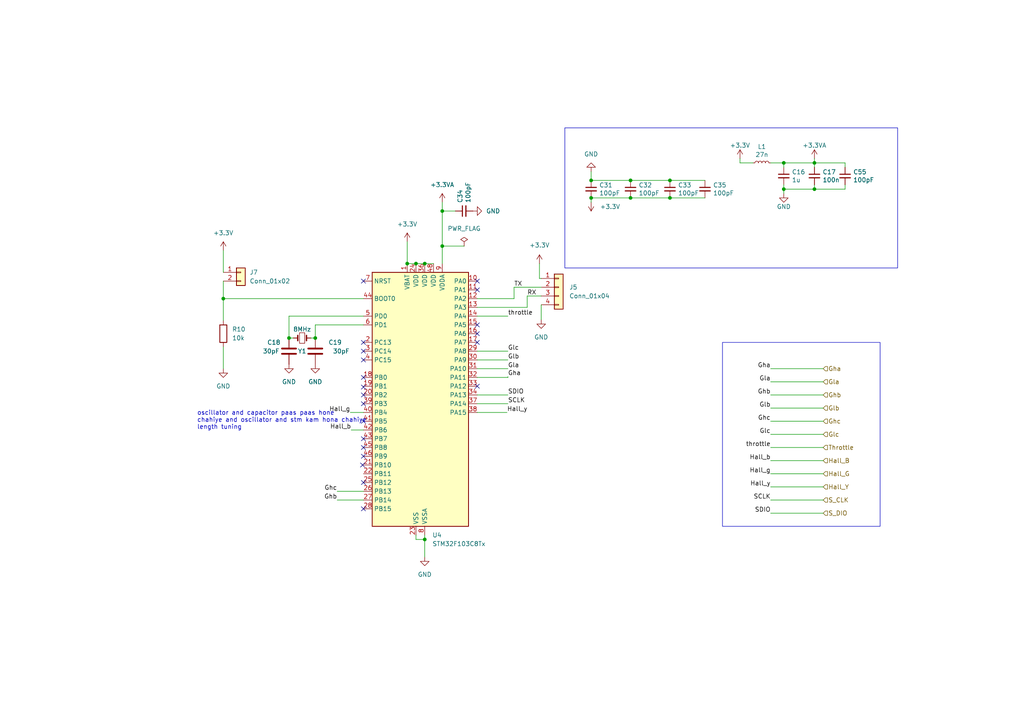
<source format=kicad_sch>
(kicad_sch (version 20230121) (generator eeschema)

  (uuid 76717e98-ee0f-41db-8020-07ae02720ee8)

  (paper "A4")

  (lib_symbols
    (symbol "Connector_Generic:Conn_01x02" (pin_names (offset 1.016) hide) (in_bom yes) (on_board yes)
      (property "Reference" "J" (at 0 2.54 0)
        (effects (font (size 1.27 1.27)))
      )
      (property "Value" "Conn_01x02" (at 0 -5.08 0)
        (effects (font (size 1.27 1.27)))
      )
      (property "Footprint" "" (at 0 0 0)
        (effects (font (size 1.27 1.27)) hide)
      )
      (property "Datasheet" "~" (at 0 0 0)
        (effects (font (size 1.27 1.27)) hide)
      )
      (property "ki_keywords" "connector" (at 0 0 0)
        (effects (font (size 1.27 1.27)) hide)
      )
      (property "ki_description" "Generic connector, single row, 01x02, script generated (kicad-library-utils/schlib/autogen/connector/)" (at 0 0 0)
        (effects (font (size 1.27 1.27)) hide)
      )
      (property "ki_fp_filters" "Connector*:*_1x??_*" (at 0 0 0)
        (effects (font (size 1.27 1.27)) hide)
      )
      (symbol "Conn_01x02_1_1"
        (rectangle (start -1.27 -2.413) (end 0 -2.667)
          (stroke (width 0.1524) (type default))
          (fill (type none))
        )
        (rectangle (start -1.27 0.127) (end 0 -0.127)
          (stroke (width 0.1524) (type default))
          (fill (type none))
        )
        (rectangle (start -1.27 1.27) (end 1.27 -3.81)
          (stroke (width 0.254) (type default))
          (fill (type background))
        )
        (pin passive line (at -5.08 0 0) (length 3.81)
          (name "Pin_1" (effects (font (size 1.27 1.27))))
          (number "1" (effects (font (size 1.27 1.27))))
        )
        (pin passive line (at -5.08 -2.54 0) (length 3.81)
          (name "Pin_2" (effects (font (size 1.27 1.27))))
          (number "2" (effects (font (size 1.27 1.27))))
        )
      )
    )
    (symbol "Connector_Generic:Conn_01x04" (pin_names (offset 1.016) hide) (in_bom yes) (on_board yes)
      (property "Reference" "J" (at 0 5.08 0)
        (effects (font (size 1.27 1.27)))
      )
      (property "Value" "Conn_01x04" (at 0 -7.62 0)
        (effects (font (size 1.27 1.27)))
      )
      (property "Footprint" "" (at 0 0 0)
        (effects (font (size 1.27 1.27)) hide)
      )
      (property "Datasheet" "~" (at 0 0 0)
        (effects (font (size 1.27 1.27)) hide)
      )
      (property "ki_keywords" "connector" (at 0 0 0)
        (effects (font (size 1.27 1.27)) hide)
      )
      (property "ki_description" "Generic connector, single row, 01x04, script generated (kicad-library-utils/schlib/autogen/connector/)" (at 0 0 0)
        (effects (font (size 1.27 1.27)) hide)
      )
      (property "ki_fp_filters" "Connector*:*_1x??_*" (at 0 0 0)
        (effects (font (size 1.27 1.27)) hide)
      )
      (symbol "Conn_01x04_1_1"
        (rectangle (start -1.27 -4.953) (end 0 -5.207)
          (stroke (width 0.1524) (type default))
          (fill (type none))
        )
        (rectangle (start -1.27 -2.413) (end 0 -2.667)
          (stroke (width 0.1524) (type default))
          (fill (type none))
        )
        (rectangle (start -1.27 0.127) (end 0 -0.127)
          (stroke (width 0.1524) (type default))
          (fill (type none))
        )
        (rectangle (start -1.27 2.667) (end 0 2.413)
          (stroke (width 0.1524) (type default))
          (fill (type none))
        )
        (rectangle (start -1.27 3.81) (end 1.27 -6.35)
          (stroke (width 0.254) (type default))
          (fill (type background))
        )
        (pin passive line (at -5.08 2.54 0) (length 3.81)
          (name "Pin_1" (effects (font (size 1.27 1.27))))
          (number "1" (effects (font (size 1.27 1.27))))
        )
        (pin passive line (at -5.08 0 0) (length 3.81)
          (name "Pin_2" (effects (font (size 1.27 1.27))))
          (number "2" (effects (font (size 1.27 1.27))))
        )
        (pin passive line (at -5.08 -2.54 0) (length 3.81)
          (name "Pin_3" (effects (font (size 1.27 1.27))))
          (number "3" (effects (font (size 1.27 1.27))))
        )
        (pin passive line (at -5.08 -5.08 0) (length 3.81)
          (name "Pin_4" (effects (font (size 1.27 1.27))))
          (number "4" (effects (font (size 1.27 1.27))))
        )
      )
    )
    (symbol "Device:C" (pin_numbers hide) (pin_names (offset 0.254)) (in_bom yes) (on_board yes)
      (property "Reference" "C" (at 0.635 2.54 0)
        (effects (font (size 1.27 1.27)) (justify left))
      )
      (property "Value" "C" (at 0.635 -2.54 0)
        (effects (font (size 1.27 1.27)) (justify left))
      )
      (property "Footprint" "" (at 0.9652 -3.81 0)
        (effects (font (size 1.27 1.27)) hide)
      )
      (property "Datasheet" "~" (at 0 0 0)
        (effects (font (size 1.27 1.27)) hide)
      )
      (property "ki_keywords" "cap capacitor" (at 0 0 0)
        (effects (font (size 1.27 1.27)) hide)
      )
      (property "ki_description" "Unpolarized capacitor" (at 0 0 0)
        (effects (font (size 1.27 1.27)) hide)
      )
      (property "ki_fp_filters" "C_*" (at 0 0 0)
        (effects (font (size 1.27 1.27)) hide)
      )
      (symbol "C_0_1"
        (polyline
          (pts
            (xy -2.032 -0.762)
            (xy 2.032 -0.762)
          )
          (stroke (width 0.508) (type default))
          (fill (type none))
        )
        (polyline
          (pts
            (xy -2.032 0.762)
            (xy 2.032 0.762)
          )
          (stroke (width 0.508) (type default))
          (fill (type none))
        )
      )
      (symbol "C_1_1"
        (pin passive line (at 0 3.81 270) (length 2.794)
          (name "~" (effects (font (size 1.27 1.27))))
          (number "1" (effects (font (size 1.27 1.27))))
        )
        (pin passive line (at 0 -3.81 90) (length 2.794)
          (name "~" (effects (font (size 1.27 1.27))))
          (number "2" (effects (font (size 1.27 1.27))))
        )
      )
    )
    (symbol "Device:C_Small" (pin_numbers hide) (pin_names (offset 0.254) hide) (in_bom yes) (on_board yes)
      (property "Reference" "C" (at 0.254 1.778 0)
        (effects (font (size 1.27 1.27)) (justify left))
      )
      (property "Value" "C_Small" (at 0.254 -2.032 0)
        (effects (font (size 1.27 1.27)) (justify left))
      )
      (property "Footprint" "" (at 0 0 0)
        (effects (font (size 1.27 1.27)) hide)
      )
      (property "Datasheet" "~" (at 0 0 0)
        (effects (font (size 1.27 1.27)) hide)
      )
      (property "ki_keywords" "capacitor cap" (at 0 0 0)
        (effects (font (size 1.27 1.27)) hide)
      )
      (property "ki_description" "Unpolarized capacitor, small symbol" (at 0 0 0)
        (effects (font (size 1.27 1.27)) hide)
      )
      (property "ki_fp_filters" "C_*" (at 0 0 0)
        (effects (font (size 1.27 1.27)) hide)
      )
      (symbol "C_Small_0_1"
        (polyline
          (pts
            (xy -1.524 -0.508)
            (xy 1.524 -0.508)
          )
          (stroke (width 0.3302) (type default))
          (fill (type none))
        )
        (polyline
          (pts
            (xy -1.524 0.508)
            (xy 1.524 0.508)
          )
          (stroke (width 0.3048) (type default))
          (fill (type none))
        )
      )
      (symbol "C_Small_1_1"
        (pin passive line (at 0 2.54 270) (length 2.032)
          (name "~" (effects (font (size 1.27 1.27))))
          (number "1" (effects (font (size 1.27 1.27))))
        )
        (pin passive line (at 0 -2.54 90) (length 2.032)
          (name "~" (effects (font (size 1.27 1.27))))
          (number "2" (effects (font (size 1.27 1.27))))
        )
      )
    )
    (symbol "Device:Crystal_Small" (pin_numbers hide) (pin_names (offset 1.016) hide) (in_bom yes) (on_board yes)
      (property "Reference" "Y" (at 0 2.54 0)
        (effects (font (size 1.27 1.27)))
      )
      (property "Value" "Crystal_Small" (at 0 -2.54 0)
        (effects (font (size 1.27 1.27)))
      )
      (property "Footprint" "" (at 0 0 0)
        (effects (font (size 1.27 1.27)) hide)
      )
      (property "Datasheet" "~" (at 0 0 0)
        (effects (font (size 1.27 1.27)) hide)
      )
      (property "ki_keywords" "quartz ceramic resonator oscillator" (at 0 0 0)
        (effects (font (size 1.27 1.27)) hide)
      )
      (property "ki_description" "Two pin crystal, small symbol" (at 0 0 0)
        (effects (font (size 1.27 1.27)) hide)
      )
      (property "ki_fp_filters" "Crystal*" (at 0 0 0)
        (effects (font (size 1.27 1.27)) hide)
      )
      (symbol "Crystal_Small_0_1"
        (rectangle (start -0.762 -1.524) (end 0.762 1.524)
          (stroke (width 0) (type default))
          (fill (type none))
        )
        (polyline
          (pts
            (xy -1.27 -0.762)
            (xy -1.27 0.762)
          )
          (stroke (width 0.381) (type default))
          (fill (type none))
        )
        (polyline
          (pts
            (xy 1.27 -0.762)
            (xy 1.27 0.762)
          )
          (stroke (width 0.381) (type default))
          (fill (type none))
        )
      )
      (symbol "Crystal_Small_1_1"
        (pin passive line (at -2.54 0 0) (length 1.27)
          (name "1" (effects (font (size 1.27 1.27))))
          (number "1" (effects (font (size 1.27 1.27))))
        )
        (pin passive line (at 2.54 0 180) (length 1.27)
          (name "2" (effects (font (size 1.27 1.27))))
          (number "2" (effects (font (size 1.27 1.27))))
        )
      )
    )
    (symbol "Device:L_Small" (pin_numbers hide) (pin_names (offset 0.254) hide) (in_bom yes) (on_board yes)
      (property "Reference" "L" (at 0.762 1.016 0)
        (effects (font (size 1.27 1.27)) (justify left))
      )
      (property "Value" "L_Small" (at 0.762 -1.016 0)
        (effects (font (size 1.27 1.27)) (justify left))
      )
      (property "Footprint" "" (at 0 0 0)
        (effects (font (size 1.27 1.27)) hide)
      )
      (property "Datasheet" "~" (at 0 0 0)
        (effects (font (size 1.27 1.27)) hide)
      )
      (property "ki_keywords" "inductor choke coil reactor magnetic" (at 0 0 0)
        (effects (font (size 1.27 1.27)) hide)
      )
      (property "ki_description" "Inductor, small symbol" (at 0 0 0)
        (effects (font (size 1.27 1.27)) hide)
      )
      (property "ki_fp_filters" "Choke_* *Coil* Inductor_* L_*" (at 0 0 0)
        (effects (font (size 1.27 1.27)) hide)
      )
      (symbol "L_Small_0_1"
        (arc (start 0 -2.032) (mid 0.5058 -1.524) (end 0 -1.016)
          (stroke (width 0) (type default))
          (fill (type none))
        )
        (arc (start 0 -1.016) (mid 0.5058 -0.508) (end 0 0)
          (stroke (width 0) (type default))
          (fill (type none))
        )
        (arc (start 0 0) (mid 0.5058 0.508) (end 0 1.016)
          (stroke (width 0) (type default))
          (fill (type none))
        )
        (arc (start 0 1.016) (mid 0.5058 1.524) (end 0 2.032)
          (stroke (width 0) (type default))
          (fill (type none))
        )
      )
      (symbol "L_Small_1_1"
        (pin passive line (at 0 2.54 270) (length 0.508)
          (name "~" (effects (font (size 1.27 1.27))))
          (number "1" (effects (font (size 1.27 1.27))))
        )
        (pin passive line (at 0 -2.54 90) (length 0.508)
          (name "~" (effects (font (size 1.27 1.27))))
          (number "2" (effects (font (size 1.27 1.27))))
        )
      )
    )
    (symbol "Device:R" (pin_numbers hide) (pin_names (offset 0)) (in_bom yes) (on_board yes)
      (property "Reference" "R" (at 2.032 0 90)
        (effects (font (size 1.27 1.27)))
      )
      (property "Value" "R" (at 0 0 90)
        (effects (font (size 1.27 1.27)))
      )
      (property "Footprint" "" (at -1.778 0 90)
        (effects (font (size 1.27 1.27)) hide)
      )
      (property "Datasheet" "~" (at 0 0 0)
        (effects (font (size 1.27 1.27)) hide)
      )
      (property "ki_keywords" "R res resistor" (at 0 0 0)
        (effects (font (size 1.27 1.27)) hide)
      )
      (property "ki_description" "Resistor" (at 0 0 0)
        (effects (font (size 1.27 1.27)) hide)
      )
      (property "ki_fp_filters" "R_*" (at 0 0 0)
        (effects (font (size 1.27 1.27)) hide)
      )
      (symbol "R_0_1"
        (rectangle (start -1.016 -2.54) (end 1.016 2.54)
          (stroke (width 0.254) (type default))
          (fill (type none))
        )
      )
      (symbol "R_1_1"
        (pin passive line (at 0 3.81 270) (length 1.27)
          (name "~" (effects (font (size 1.27 1.27))))
          (number "1" (effects (font (size 1.27 1.27))))
        )
        (pin passive line (at 0 -3.81 90) (length 1.27)
          (name "~" (effects (font (size 1.27 1.27))))
          (number "2" (effects (font (size 1.27 1.27))))
        )
      )
    )
    (symbol "MCU_ST_STM32F1:STM32F103C8Tx" (in_bom yes) (on_board yes)
      (property "Reference" "U" (at -12.7 39.37 0)
        (effects (font (size 1.27 1.27)) (justify left))
      )
      (property "Value" "STM32F103C8Tx" (at 10.16 39.37 0)
        (effects (font (size 1.27 1.27)) (justify left))
      )
      (property "Footprint" "Package_QFP:LQFP-48_7x7mm_P0.5mm" (at -12.7 -35.56 0)
        (effects (font (size 1.27 1.27)) (justify right) hide)
      )
      (property "Datasheet" "https://www.st.com/resource/en/datasheet/stm32f103c8.pdf" (at 0 0 0)
        (effects (font (size 1.27 1.27)) hide)
      )
      (property "ki_locked" "" (at 0 0 0)
        (effects (font (size 1.27 1.27)))
      )
      (property "ki_keywords" "Arm Cortex-M3 STM32F1 STM32F103" (at 0 0 0)
        (effects (font (size 1.27 1.27)) hide)
      )
      (property "ki_description" "STMicroelectronics Arm Cortex-M3 MCU, 64KB flash, 20KB RAM, 72 MHz, 2.0-3.6V, 37 GPIO, LQFP48" (at 0 0 0)
        (effects (font (size 1.27 1.27)) hide)
      )
      (property "ki_fp_filters" "LQFP*7x7mm*P0.5mm*" (at 0 0 0)
        (effects (font (size 1.27 1.27)) hide)
      )
      (symbol "STM32F103C8Tx_0_1"
        (rectangle (start -12.7 -35.56) (end 15.24 38.1)
          (stroke (width 0.254) (type default))
          (fill (type background))
        )
      )
      (symbol "STM32F103C8Tx_1_1"
        (pin power_in line (at -2.54 40.64 270) (length 2.54)
          (name "VBAT" (effects (font (size 1.27 1.27))))
          (number "1" (effects (font (size 1.27 1.27))))
        )
        (pin bidirectional line (at 17.78 35.56 180) (length 2.54)
          (name "PA0" (effects (font (size 1.27 1.27))))
          (number "10" (effects (font (size 1.27 1.27))))
          (alternate "ADC1_IN0" bidirectional line)
          (alternate "ADC2_IN0" bidirectional line)
          (alternate "SYS_WKUP" bidirectional line)
          (alternate "TIM2_CH1" bidirectional line)
          (alternate "TIM2_ETR" bidirectional line)
          (alternate "USART2_CTS" bidirectional line)
        )
        (pin bidirectional line (at 17.78 33.02 180) (length 2.54)
          (name "PA1" (effects (font (size 1.27 1.27))))
          (number "11" (effects (font (size 1.27 1.27))))
          (alternate "ADC1_IN1" bidirectional line)
          (alternate "ADC2_IN1" bidirectional line)
          (alternate "TIM2_CH2" bidirectional line)
          (alternate "USART2_RTS" bidirectional line)
        )
        (pin bidirectional line (at 17.78 30.48 180) (length 2.54)
          (name "PA2" (effects (font (size 1.27 1.27))))
          (number "12" (effects (font (size 1.27 1.27))))
          (alternate "ADC1_IN2" bidirectional line)
          (alternate "ADC2_IN2" bidirectional line)
          (alternate "TIM2_CH3" bidirectional line)
          (alternate "USART2_TX" bidirectional line)
        )
        (pin bidirectional line (at 17.78 27.94 180) (length 2.54)
          (name "PA3" (effects (font (size 1.27 1.27))))
          (number "13" (effects (font (size 1.27 1.27))))
          (alternate "ADC1_IN3" bidirectional line)
          (alternate "ADC2_IN3" bidirectional line)
          (alternate "TIM2_CH4" bidirectional line)
          (alternate "USART2_RX" bidirectional line)
        )
        (pin bidirectional line (at 17.78 25.4 180) (length 2.54)
          (name "PA4" (effects (font (size 1.27 1.27))))
          (number "14" (effects (font (size 1.27 1.27))))
          (alternate "ADC1_IN4" bidirectional line)
          (alternate "ADC2_IN4" bidirectional line)
          (alternate "SPI1_NSS" bidirectional line)
          (alternate "USART2_CK" bidirectional line)
        )
        (pin bidirectional line (at 17.78 22.86 180) (length 2.54)
          (name "PA5" (effects (font (size 1.27 1.27))))
          (number "15" (effects (font (size 1.27 1.27))))
          (alternate "ADC1_IN5" bidirectional line)
          (alternate "ADC2_IN5" bidirectional line)
          (alternate "SPI1_SCK" bidirectional line)
        )
        (pin bidirectional line (at 17.78 20.32 180) (length 2.54)
          (name "PA6" (effects (font (size 1.27 1.27))))
          (number "16" (effects (font (size 1.27 1.27))))
          (alternate "ADC1_IN6" bidirectional line)
          (alternate "ADC2_IN6" bidirectional line)
          (alternate "SPI1_MISO" bidirectional line)
          (alternate "TIM1_BKIN" bidirectional line)
          (alternate "TIM3_CH1" bidirectional line)
        )
        (pin bidirectional line (at 17.78 17.78 180) (length 2.54)
          (name "PA7" (effects (font (size 1.27 1.27))))
          (number "17" (effects (font (size 1.27 1.27))))
          (alternate "ADC1_IN7" bidirectional line)
          (alternate "ADC2_IN7" bidirectional line)
          (alternate "SPI1_MOSI" bidirectional line)
          (alternate "TIM1_CH1N" bidirectional line)
          (alternate "TIM3_CH2" bidirectional line)
        )
        (pin bidirectional line (at -15.24 7.62 0) (length 2.54)
          (name "PB0" (effects (font (size 1.27 1.27))))
          (number "18" (effects (font (size 1.27 1.27))))
          (alternate "ADC1_IN8" bidirectional line)
          (alternate "ADC2_IN8" bidirectional line)
          (alternate "TIM1_CH2N" bidirectional line)
          (alternate "TIM3_CH3" bidirectional line)
        )
        (pin bidirectional line (at -15.24 5.08 0) (length 2.54)
          (name "PB1" (effects (font (size 1.27 1.27))))
          (number "19" (effects (font (size 1.27 1.27))))
          (alternate "ADC1_IN9" bidirectional line)
          (alternate "ADC2_IN9" bidirectional line)
          (alternate "TIM1_CH3N" bidirectional line)
          (alternate "TIM3_CH4" bidirectional line)
        )
        (pin bidirectional line (at -15.24 17.78 0) (length 2.54)
          (name "PC13" (effects (font (size 1.27 1.27))))
          (number "2" (effects (font (size 1.27 1.27))))
          (alternate "RTC_OUT" bidirectional line)
          (alternate "RTC_TAMPER" bidirectional line)
        )
        (pin bidirectional line (at -15.24 2.54 0) (length 2.54)
          (name "PB2" (effects (font (size 1.27 1.27))))
          (number "20" (effects (font (size 1.27 1.27))))
        )
        (pin bidirectional line (at -15.24 -17.78 0) (length 2.54)
          (name "PB10" (effects (font (size 1.27 1.27))))
          (number "21" (effects (font (size 1.27 1.27))))
          (alternate "I2C2_SCL" bidirectional line)
          (alternate "TIM2_CH3" bidirectional line)
          (alternate "USART3_TX" bidirectional line)
        )
        (pin bidirectional line (at -15.24 -20.32 0) (length 2.54)
          (name "PB11" (effects (font (size 1.27 1.27))))
          (number "22" (effects (font (size 1.27 1.27))))
          (alternate "ADC1_EXTI11" bidirectional line)
          (alternate "ADC2_EXTI11" bidirectional line)
          (alternate "I2C2_SDA" bidirectional line)
          (alternate "TIM2_CH4" bidirectional line)
          (alternate "USART3_RX" bidirectional line)
        )
        (pin power_in line (at 0 -38.1 90) (length 2.54)
          (name "VSS" (effects (font (size 1.27 1.27))))
          (number "23" (effects (font (size 1.27 1.27))))
        )
        (pin power_in line (at 0 40.64 270) (length 2.54)
          (name "VDD" (effects (font (size 1.27 1.27))))
          (number "24" (effects (font (size 1.27 1.27))))
        )
        (pin bidirectional line (at -15.24 -22.86 0) (length 2.54)
          (name "PB12" (effects (font (size 1.27 1.27))))
          (number "25" (effects (font (size 1.27 1.27))))
          (alternate "I2C2_SMBA" bidirectional line)
          (alternate "SPI2_NSS" bidirectional line)
          (alternate "TIM1_BKIN" bidirectional line)
          (alternate "USART3_CK" bidirectional line)
        )
        (pin bidirectional line (at -15.24 -25.4 0) (length 2.54)
          (name "PB13" (effects (font (size 1.27 1.27))))
          (number "26" (effects (font (size 1.27 1.27))))
          (alternate "SPI2_SCK" bidirectional line)
          (alternate "TIM1_CH1N" bidirectional line)
          (alternate "USART3_CTS" bidirectional line)
        )
        (pin bidirectional line (at -15.24 -27.94 0) (length 2.54)
          (name "PB14" (effects (font (size 1.27 1.27))))
          (number "27" (effects (font (size 1.27 1.27))))
          (alternate "SPI2_MISO" bidirectional line)
          (alternate "TIM1_CH2N" bidirectional line)
          (alternate "USART3_RTS" bidirectional line)
        )
        (pin bidirectional line (at -15.24 -30.48 0) (length 2.54)
          (name "PB15" (effects (font (size 1.27 1.27))))
          (number "28" (effects (font (size 1.27 1.27))))
          (alternate "ADC1_EXTI15" bidirectional line)
          (alternate "ADC2_EXTI15" bidirectional line)
          (alternate "SPI2_MOSI" bidirectional line)
          (alternate "TIM1_CH3N" bidirectional line)
        )
        (pin bidirectional line (at 17.78 15.24 180) (length 2.54)
          (name "PA8" (effects (font (size 1.27 1.27))))
          (number "29" (effects (font (size 1.27 1.27))))
          (alternate "RCC_MCO" bidirectional line)
          (alternate "TIM1_CH1" bidirectional line)
          (alternate "USART1_CK" bidirectional line)
        )
        (pin bidirectional line (at -15.24 15.24 0) (length 2.54)
          (name "PC14" (effects (font (size 1.27 1.27))))
          (number "3" (effects (font (size 1.27 1.27))))
          (alternate "RCC_OSC32_IN" bidirectional line)
        )
        (pin bidirectional line (at 17.78 12.7 180) (length 2.54)
          (name "PA9" (effects (font (size 1.27 1.27))))
          (number "30" (effects (font (size 1.27 1.27))))
          (alternate "TIM1_CH2" bidirectional line)
          (alternate "USART1_TX" bidirectional line)
        )
        (pin bidirectional line (at 17.78 10.16 180) (length 2.54)
          (name "PA10" (effects (font (size 1.27 1.27))))
          (number "31" (effects (font (size 1.27 1.27))))
          (alternate "TIM1_CH3" bidirectional line)
          (alternate "USART1_RX" bidirectional line)
        )
        (pin bidirectional line (at 17.78 7.62 180) (length 2.54)
          (name "PA11" (effects (font (size 1.27 1.27))))
          (number "32" (effects (font (size 1.27 1.27))))
          (alternate "ADC1_EXTI11" bidirectional line)
          (alternate "ADC2_EXTI11" bidirectional line)
          (alternate "CAN_RX" bidirectional line)
          (alternate "TIM1_CH4" bidirectional line)
          (alternate "USART1_CTS" bidirectional line)
          (alternate "USB_DM" bidirectional line)
        )
        (pin bidirectional line (at 17.78 5.08 180) (length 2.54)
          (name "PA12" (effects (font (size 1.27 1.27))))
          (number "33" (effects (font (size 1.27 1.27))))
          (alternate "CAN_TX" bidirectional line)
          (alternate "TIM1_ETR" bidirectional line)
          (alternate "USART1_RTS" bidirectional line)
          (alternate "USB_DP" bidirectional line)
        )
        (pin bidirectional line (at 17.78 2.54 180) (length 2.54)
          (name "PA13" (effects (font (size 1.27 1.27))))
          (number "34" (effects (font (size 1.27 1.27))))
          (alternate "SYS_JTMS-SWDIO" bidirectional line)
        )
        (pin passive line (at 0 -38.1 90) (length 2.54) hide
          (name "VSS" (effects (font (size 1.27 1.27))))
          (number "35" (effects (font (size 1.27 1.27))))
        )
        (pin power_in line (at 2.54 40.64 270) (length 2.54)
          (name "VDD" (effects (font (size 1.27 1.27))))
          (number "36" (effects (font (size 1.27 1.27))))
        )
        (pin bidirectional line (at 17.78 0 180) (length 2.54)
          (name "PA14" (effects (font (size 1.27 1.27))))
          (number "37" (effects (font (size 1.27 1.27))))
          (alternate "SYS_JTCK-SWCLK" bidirectional line)
        )
        (pin bidirectional line (at 17.78 -2.54 180) (length 2.54)
          (name "PA15" (effects (font (size 1.27 1.27))))
          (number "38" (effects (font (size 1.27 1.27))))
          (alternate "ADC1_EXTI15" bidirectional line)
          (alternate "ADC2_EXTI15" bidirectional line)
          (alternate "SPI1_NSS" bidirectional line)
          (alternate "SYS_JTDI" bidirectional line)
          (alternate "TIM2_CH1" bidirectional line)
          (alternate "TIM2_ETR" bidirectional line)
        )
        (pin bidirectional line (at -15.24 0 0) (length 2.54)
          (name "PB3" (effects (font (size 1.27 1.27))))
          (number "39" (effects (font (size 1.27 1.27))))
          (alternate "SPI1_SCK" bidirectional line)
          (alternate "SYS_JTDO-TRACESWO" bidirectional line)
          (alternate "TIM2_CH2" bidirectional line)
        )
        (pin bidirectional line (at -15.24 12.7 0) (length 2.54)
          (name "PC15" (effects (font (size 1.27 1.27))))
          (number "4" (effects (font (size 1.27 1.27))))
          (alternate "ADC1_EXTI15" bidirectional line)
          (alternate "ADC2_EXTI15" bidirectional line)
          (alternate "RCC_OSC32_OUT" bidirectional line)
        )
        (pin bidirectional line (at -15.24 -2.54 0) (length 2.54)
          (name "PB4" (effects (font (size 1.27 1.27))))
          (number "40" (effects (font (size 1.27 1.27))))
          (alternate "SPI1_MISO" bidirectional line)
          (alternate "SYS_NJTRST" bidirectional line)
          (alternate "TIM3_CH1" bidirectional line)
        )
        (pin bidirectional line (at -15.24 -5.08 0) (length 2.54)
          (name "PB5" (effects (font (size 1.27 1.27))))
          (number "41" (effects (font (size 1.27 1.27))))
          (alternate "I2C1_SMBA" bidirectional line)
          (alternate "SPI1_MOSI" bidirectional line)
          (alternate "TIM3_CH2" bidirectional line)
        )
        (pin bidirectional line (at -15.24 -7.62 0) (length 2.54)
          (name "PB6" (effects (font (size 1.27 1.27))))
          (number "42" (effects (font (size 1.27 1.27))))
          (alternate "I2C1_SCL" bidirectional line)
          (alternate "TIM4_CH1" bidirectional line)
          (alternate "USART1_TX" bidirectional line)
        )
        (pin bidirectional line (at -15.24 -10.16 0) (length 2.54)
          (name "PB7" (effects (font (size 1.27 1.27))))
          (number "43" (effects (font (size 1.27 1.27))))
          (alternate "I2C1_SDA" bidirectional line)
          (alternate "TIM4_CH2" bidirectional line)
          (alternate "USART1_RX" bidirectional line)
        )
        (pin input line (at -15.24 30.48 0) (length 2.54)
          (name "BOOT0" (effects (font (size 1.27 1.27))))
          (number "44" (effects (font (size 1.27 1.27))))
        )
        (pin bidirectional line (at -15.24 -12.7 0) (length 2.54)
          (name "PB8" (effects (font (size 1.27 1.27))))
          (number "45" (effects (font (size 1.27 1.27))))
          (alternate "CAN_RX" bidirectional line)
          (alternate "I2C1_SCL" bidirectional line)
          (alternate "TIM4_CH3" bidirectional line)
        )
        (pin bidirectional line (at -15.24 -15.24 0) (length 2.54)
          (name "PB9" (effects (font (size 1.27 1.27))))
          (number "46" (effects (font (size 1.27 1.27))))
          (alternate "CAN_TX" bidirectional line)
          (alternate "I2C1_SDA" bidirectional line)
          (alternate "TIM4_CH4" bidirectional line)
        )
        (pin passive line (at 0 -38.1 90) (length 2.54) hide
          (name "VSS" (effects (font (size 1.27 1.27))))
          (number "47" (effects (font (size 1.27 1.27))))
        )
        (pin power_in line (at 5.08 40.64 270) (length 2.54)
          (name "VDD" (effects (font (size 1.27 1.27))))
          (number "48" (effects (font (size 1.27 1.27))))
        )
        (pin bidirectional line (at -15.24 25.4 0) (length 2.54)
          (name "PD0" (effects (font (size 1.27 1.27))))
          (number "5" (effects (font (size 1.27 1.27))))
          (alternate "RCC_OSC_IN" bidirectional line)
        )
        (pin bidirectional line (at -15.24 22.86 0) (length 2.54)
          (name "PD1" (effects (font (size 1.27 1.27))))
          (number "6" (effects (font (size 1.27 1.27))))
          (alternate "RCC_OSC_OUT" bidirectional line)
        )
        (pin input line (at -15.24 35.56 0) (length 2.54)
          (name "NRST" (effects (font (size 1.27 1.27))))
          (number "7" (effects (font (size 1.27 1.27))))
        )
        (pin power_in line (at 2.54 -38.1 90) (length 2.54)
          (name "VSSA" (effects (font (size 1.27 1.27))))
          (number "8" (effects (font (size 1.27 1.27))))
        )
        (pin power_in line (at 7.62 40.64 270) (length 2.54)
          (name "VDDA" (effects (font (size 1.27 1.27))))
          (number "9" (effects (font (size 1.27 1.27))))
        )
      )
    )
    (symbol "power:+3.3V" (power) (pin_names (offset 0)) (in_bom yes) (on_board yes)
      (property "Reference" "#PWR" (at 0 -3.81 0)
        (effects (font (size 1.27 1.27)) hide)
      )
      (property "Value" "+3.3V" (at 0 3.556 0)
        (effects (font (size 1.27 1.27)))
      )
      (property "Footprint" "" (at 0 0 0)
        (effects (font (size 1.27 1.27)) hide)
      )
      (property "Datasheet" "" (at 0 0 0)
        (effects (font (size 1.27 1.27)) hide)
      )
      (property "ki_keywords" "global power" (at 0 0 0)
        (effects (font (size 1.27 1.27)) hide)
      )
      (property "ki_description" "Power symbol creates a global label with name \"+3.3V\"" (at 0 0 0)
        (effects (font (size 1.27 1.27)) hide)
      )
      (symbol "+3.3V_0_1"
        (polyline
          (pts
            (xy -0.762 1.27)
            (xy 0 2.54)
          )
          (stroke (width 0) (type default))
          (fill (type none))
        )
        (polyline
          (pts
            (xy 0 0)
            (xy 0 2.54)
          )
          (stroke (width 0) (type default))
          (fill (type none))
        )
        (polyline
          (pts
            (xy 0 2.54)
            (xy 0.762 1.27)
          )
          (stroke (width 0) (type default))
          (fill (type none))
        )
      )
      (symbol "+3.3V_1_1"
        (pin power_in line (at 0 0 90) (length 0) hide
          (name "+3.3V" (effects (font (size 1.27 1.27))))
          (number "1" (effects (font (size 1.27 1.27))))
        )
      )
    )
    (symbol "power:+3.3VA" (power) (pin_names (offset 0)) (in_bom yes) (on_board yes)
      (property "Reference" "#PWR" (at 0 -3.81 0)
        (effects (font (size 1.27 1.27)) hide)
      )
      (property "Value" "+3.3VA" (at 0 3.556 0)
        (effects (font (size 1.27 1.27)))
      )
      (property "Footprint" "" (at 0 0 0)
        (effects (font (size 1.27 1.27)) hide)
      )
      (property "Datasheet" "" (at 0 0 0)
        (effects (font (size 1.27 1.27)) hide)
      )
      (property "ki_keywords" "global power" (at 0 0 0)
        (effects (font (size 1.27 1.27)) hide)
      )
      (property "ki_description" "Power symbol creates a global label with name \"+3.3VA\"" (at 0 0 0)
        (effects (font (size 1.27 1.27)) hide)
      )
      (symbol "+3.3VA_0_1"
        (polyline
          (pts
            (xy -0.762 1.27)
            (xy 0 2.54)
          )
          (stroke (width 0) (type default))
          (fill (type none))
        )
        (polyline
          (pts
            (xy 0 0)
            (xy 0 2.54)
          )
          (stroke (width 0) (type default))
          (fill (type none))
        )
        (polyline
          (pts
            (xy 0 2.54)
            (xy 0.762 1.27)
          )
          (stroke (width 0) (type default))
          (fill (type none))
        )
      )
      (symbol "+3.3VA_1_1"
        (pin power_in line (at 0 0 90) (length 0) hide
          (name "+3.3VA" (effects (font (size 1.27 1.27))))
          (number "1" (effects (font (size 1.27 1.27))))
        )
      )
    )
    (symbol "power:GND" (power) (pin_names (offset 0)) (in_bom yes) (on_board yes)
      (property "Reference" "#PWR" (at 0 -6.35 0)
        (effects (font (size 1.27 1.27)) hide)
      )
      (property "Value" "GND" (at 0 -3.81 0)
        (effects (font (size 1.27 1.27)))
      )
      (property "Footprint" "" (at 0 0 0)
        (effects (font (size 1.27 1.27)) hide)
      )
      (property "Datasheet" "" (at 0 0 0)
        (effects (font (size 1.27 1.27)) hide)
      )
      (property "ki_keywords" "global power" (at 0 0 0)
        (effects (font (size 1.27 1.27)) hide)
      )
      (property "ki_description" "Power symbol creates a global label with name \"GND\" , ground" (at 0 0 0)
        (effects (font (size 1.27 1.27)) hide)
      )
      (symbol "GND_0_1"
        (polyline
          (pts
            (xy 0 0)
            (xy 0 -1.27)
            (xy 1.27 -1.27)
            (xy 0 -2.54)
            (xy -1.27 -1.27)
            (xy 0 -1.27)
          )
          (stroke (width 0) (type default))
          (fill (type none))
        )
      )
      (symbol "GND_1_1"
        (pin power_in line (at 0 0 270) (length 0) hide
          (name "GND" (effects (font (size 1.27 1.27))))
          (number "1" (effects (font (size 1.27 1.27))))
        )
      )
    )
    (symbol "power:PWR_FLAG" (power) (pin_numbers hide) (pin_names (offset 0) hide) (in_bom yes) (on_board yes)
      (property "Reference" "#FLG" (at 0 1.905 0)
        (effects (font (size 1.27 1.27)) hide)
      )
      (property "Value" "PWR_FLAG" (at 0 3.81 0)
        (effects (font (size 1.27 1.27)))
      )
      (property "Footprint" "" (at 0 0 0)
        (effects (font (size 1.27 1.27)) hide)
      )
      (property "Datasheet" "~" (at 0 0 0)
        (effects (font (size 1.27 1.27)) hide)
      )
      (property "ki_keywords" "flag power" (at 0 0 0)
        (effects (font (size 1.27 1.27)) hide)
      )
      (property "ki_description" "Special symbol for telling ERC where power comes from" (at 0 0 0)
        (effects (font (size 1.27 1.27)) hide)
      )
      (symbol "PWR_FLAG_0_0"
        (pin power_out line (at 0 0 90) (length 0)
          (name "pwr" (effects (font (size 1.27 1.27))))
          (number "1" (effects (font (size 1.27 1.27))))
        )
      )
      (symbol "PWR_FLAG_0_1"
        (polyline
          (pts
            (xy 0 0)
            (xy 0 1.27)
            (xy -1.016 1.905)
            (xy 0 2.54)
            (xy 1.016 1.905)
            (xy 0 1.27)
          )
          (stroke (width 0) (type default))
          (fill (type none))
        )
      )
    )
  )

  (junction (at 64.77 86.614) (diameter 0) (color 0 0 0 0)
    (uuid 09cc9acf-4e2b-4a28-a096-12cf084c966d)
  )
  (junction (at 236.22 47.244) (diameter 0) (color 0 0 0 0)
    (uuid 17812152-c1c6-40fe-beb2-87b1ba2e7ef5)
  )
  (junction (at 194.31 52.324) (diameter 0) (color 0 0 0 0)
    (uuid 19543f80-f10c-4ff1-85bd-2ff98b61c158)
  )
  (junction (at 123.19 76.454) (diameter 0) (color 0 0 0 0)
    (uuid 1fd4185f-1ef6-4fb3-a91e-cb72feb847b8)
  )
  (junction (at 120.65 76.454) (diameter 0) (color 0 0 0 0)
    (uuid 311e3081-34c2-46f3-8900-725f95e5c629)
  )
  (junction (at 227.33 47.244) (diameter 0) (color 0 0 0 0)
    (uuid 3f87d044-fbd7-43bf-a210-ca7a34ff420f)
  )
  (junction (at 171.45 57.404) (diameter 0) (color 0 0 0 0)
    (uuid 5dd848c3-25a4-433a-8d8d-622e1e84281b)
  )
  (junction (at 182.88 57.404) (diameter 0) (color 0 0 0 0)
    (uuid 6954ecaf-1a0b-4ba3-9210-c1ecbbf1a13b)
  )
  (junction (at 83.82 98.044) (diameter 0) (color 0 0 0 0)
    (uuid 74d8e949-49c0-41f6-933c-3722ba3521a2)
  )
  (junction (at 123.19 156.464) (diameter 0) (color 0 0 0 0)
    (uuid 77d12f1c-4d4e-4295-bdd7-7fe056769295)
  )
  (junction (at 128.27 71.374) (diameter 0) (color 0 0 0 0)
    (uuid 7f2cdd49-fff8-4af6-ac85-2c1f565738fa)
  )
  (junction (at 128.27 61.214) (diameter 0) (color 0 0 0 0)
    (uuid 82d461b7-3871-41c7-abf7-a5f1a97bca10)
  )
  (junction (at 182.88 52.324) (diameter 0) (color 0 0 0 0)
    (uuid a0fc4033-8003-4bcf-964a-66ca46147618)
  )
  (junction (at 194.31 57.404) (diameter 0) (color 0 0 0 0)
    (uuid a86dd048-bb65-4869-ab02-13da66bd5337)
  )
  (junction (at 227.33 54.864) (diameter 0) (color 0 0 0 0)
    (uuid b3aee09f-c9ce-453d-9555-e7f18449d476)
  )
  (junction (at 236.22 54.864) (diameter 0) (color 0 0 0 0)
    (uuid d945837b-dce1-409b-aacd-bfb08023889a)
  )
  (junction (at 118.11 76.454) (diameter 0) (color 0 0 0 0)
    (uuid dab61bdb-7987-4333-b575-c357e11f9bd5)
  )
  (junction (at 171.45 52.324) (diameter 0) (color 0 0 0 0)
    (uuid dad068b5-b737-4f9d-926a-3ee0571ddbdb)
  )
  (junction (at 91.44 98.044) (diameter 0) (color 0 0 0 0)
    (uuid ef7c5f2b-b69d-4747-8189-9ac3ed96fc95)
  )

  (no_connect (at 105.41 109.474) (uuid 07b7a7cd-82b7-4f73-b20d-d55455e42981))
  (no_connect (at 105.41 99.314) (uuid 0b89c4a4-2407-416c-89ea-75f22cfe3c69))
  (no_connect (at 105.41 147.574) (uuid 15bcd946-1818-409d-b295-86c2f2b2408c))
  (no_connect (at 105.41 112.268) (uuid 24478d0d-1f2f-4a76-a5db-c0933b6cbb17))
  (no_connect (at 138.43 96.774) (uuid 2f23d396-54a2-4b66-8083-05a8ffbabf9e))
  (no_connect (at 105.41 104.394) (uuid 41e46946-0710-4da6-bf3a-c19bf9dda283))
  (no_connect (at 138.43 81.534) (uuid 43323b7b-b0c1-4af3-a355-ce1c1f561337))
  (no_connect (at 105.41 127.254) (uuid 448f3547-00a0-486b-8128-55d364f4596b))
  (no_connect (at 105.41 129.794) (uuid 69f38611-2b88-4bad-931c-5eef4d4fb4f1))
  (no_connect (at 105.41 101.854) (uuid 87195c93-46b8-4ef9-b650-4c5eef3dfd13))
  (no_connect (at 105.156 134.874) (uuid 880873b8-a376-4426-b193-482610582b6d))
  (no_connect (at 105.41 139.954) (uuid 8a70ea74-bae8-4520-a9ef-91b52f4f734e))
  (no_connect (at 105.41 117.094) (uuid 8f6f474d-aaed-483e-82b7-0596e19afff5))
  (no_connect (at 105.41 132.334) (uuid 983195a7-9d49-4963-8db2-d4301fce2a11))
  (no_connect (at 138.43 112.014) (uuid 9884277d-c113-4bdf-abc3-a2a4383f4cc3))
  (no_connect (at 105.41 81.534) (uuid 9b5aee31-59b8-41c6-812b-949370a82ac5))
  (no_connect (at 138.43 84.074) (uuid 9b84b09d-79c3-45dc-b38d-52b43c753e5b))
  (no_connect (at 138.43 99.314) (uuid d539abfa-7391-4c94-a586-ee68b99e6dcd))
  (no_connect (at 138.43 94.234) (uuid dba36e0e-104d-4d7c-858c-2298819b75c4))
  (no_connect (at 105.41 114.554) (uuid ecd8653f-ba67-4bb1-b0e5-a40bef3ae7d7))
  (no_connect (at 105.41 122.174) (uuid fa552dd6-d5d3-46ab-91d1-554b12497349))

  (wire (pts (xy 236.22 47.244) (xy 236.22 48.514))
    (stroke (width 0) (type default))
    (uuid 0307a813-e1fc-46f7-911a-dc024762bfd1)
  )
  (wire (pts (xy 149.098 86.614) (xy 149.098 83.312))
    (stroke (width 0) (type default))
    (uuid 0509a2f2-558c-441b-8d7d-7cd4149969ee)
  )
  (wire (pts (xy 156.972 88.392) (xy 156.972 92.71))
    (stroke (width 0) (type default))
    (uuid 09b3e20b-df66-49dc-9c95-5afd5267625e)
  )
  (wire (pts (xy 147.32 109.474) (xy 147.32 109.22))
    (stroke (width 0) (type default))
    (uuid 0ba391b5-bb2b-4ce8-a117-11436ff8abb3)
  )
  (wire (pts (xy 245.11 54.864) (xy 236.22 54.864))
    (stroke (width 0) (type default))
    (uuid 0f5704f8-6a15-4b04-b683-523a5a5c66fd)
  )
  (wire (pts (xy 223.52 122.174) (xy 238.76 122.174))
    (stroke (width 0) (type default))
    (uuid 0ff5c5dc-13fa-4573-8828-4e1a67d4dda1)
  )
  (wire (pts (xy 128.27 58.674) (xy 128.27 61.214))
    (stroke (width 0) (type default))
    (uuid 117b23b3-f68e-4ac0-8f9c-2edab6e337e7)
  )
  (wire (pts (xy 214.63 47.244) (xy 218.44 47.244))
    (stroke (width 0) (type default))
    (uuid 15238fdc-8454-46d3-88bb-063c09036333)
  )
  (wire (pts (xy 64.77 100.584) (xy 64.77 106.934))
    (stroke (width 0) (type default))
    (uuid 1ba4fb46-4f4e-4a1a-919b-e4ec5af9ce6a)
  )
  (wire (pts (xy 223.52 133.604) (xy 238.76 133.604))
    (stroke (width 0) (type default))
    (uuid 1cbf5b6a-401d-4ef6-b59c-e53f94735286)
  )
  (wire (pts (xy 64.77 86.614) (xy 64.77 92.964))
    (stroke (width 0) (type default))
    (uuid 1d4d858b-0df9-4869-86d1-b33ef5fadb51)
  )
  (wire (pts (xy 138.43 89.154) (xy 152.908 89.154))
    (stroke (width 0) (type default))
    (uuid 209eb690-1364-4cee-8b9c-f32085a01753)
  )
  (wire (pts (xy 138.43 101.854) (xy 147.32 101.854))
    (stroke (width 0) (type default))
    (uuid 37d94b50-dbe5-4b85-8780-d16a1260a07a)
  )
  (wire (pts (xy 138.43 104.394) (xy 147.32 104.394))
    (stroke (width 0) (type default))
    (uuid 39f35120-54d9-400b-bde5-47ad2ffbe3dd)
  )
  (wire (pts (xy 227.33 56.134) (xy 227.33 54.864))
    (stroke (width 0) (type default))
    (uuid 3a4c4845-01ae-424a-b568-e733e99162c2)
  )
  (wire (pts (xy 223.52 129.794) (xy 238.76 129.794))
    (stroke (width 0) (type default))
    (uuid 3b4ca4d0-aa4d-4812-b123-48a5c3b6ac40)
  )
  (wire (pts (xy 147.066 119.634) (xy 138.43 119.634))
    (stroke (width 0) (type default))
    (uuid 3e56a7d7-ef59-4e64-a256-3ce6b9fd6c80)
  )
  (wire (pts (xy 97.79 142.494) (xy 105.41 142.494))
    (stroke (width 0) (type default))
    (uuid 430dce71-fe72-428d-b7a3-773bfc3c0d5d)
  )
  (wire (pts (xy 105.41 94.234) (xy 91.44 94.234))
    (stroke (width 0) (type default))
    (uuid 435f4abd-47ad-4cf2-ae0a-0401f039d331)
  )
  (wire (pts (xy 245.11 47.244) (xy 236.22 47.244))
    (stroke (width 0) (type default))
    (uuid 45639551-25c9-4657-b976-415a817b64a9)
  )
  (wire (pts (xy 64.77 86.614) (xy 105.41 86.614))
    (stroke (width 0) (type default))
    (uuid 45db214b-2ed0-4358-b29a-1afc69841dad)
  )
  (wire (pts (xy 152.908 89.154) (xy 152.908 85.852))
    (stroke (width 0) (type default))
    (uuid 46208ed1-da5c-4817-a966-1fb3cc230513)
  )
  (wire (pts (xy 171.45 49.784) (xy 171.45 52.324))
    (stroke (width 0) (type default))
    (uuid 46fb3c4e-145f-43e5-b252-42a090e4f1b6)
  )
  (wire (pts (xy 138.43 117.094) (xy 147.32 117.094))
    (stroke (width 0) (type default))
    (uuid 4b7c3afa-32be-4455-b5a1-a7762c7418d3)
  )
  (wire (pts (xy 223.52 114.554) (xy 238.76 114.554))
    (stroke (width 0) (type default))
    (uuid 4bc0d363-97ac-48f1-ad16-9f85acc9c7f4)
  )
  (wire (pts (xy 83.82 98.044) (xy 85.09 98.044))
    (stroke (width 0) (type default))
    (uuid 55dfecbd-4222-48b2-8f1a-10cd4daf62ce)
  )
  (wire (pts (xy 118.11 76.454) (xy 120.65 76.454))
    (stroke (width 0) (type default))
    (uuid 55e0da46-3445-4c5d-8f4b-01d9e3be8b31)
  )
  (wire (pts (xy 91.44 94.234) (xy 91.44 98.044))
    (stroke (width 0) (type default))
    (uuid 5e00b0c0-d6b5-4528-9671-76a60248f00f)
  )
  (wire (pts (xy 138.43 109.474) (xy 147.32 109.474))
    (stroke (width 0) (type default))
    (uuid 5e319653-aa06-43df-85e4-2751a0929699)
  )
  (wire (pts (xy 171.45 57.404) (xy 182.88 57.404))
    (stroke (width 0) (type default))
    (uuid 64ea79a7-c4cf-4ef1-b436-ba575fc3877f)
  )
  (wire (pts (xy 227.33 54.864) (xy 236.22 54.864))
    (stroke (width 0) (type default))
    (uuid 686ea724-f56c-48b3-89bc-e8a61db20465)
  )
  (wire (pts (xy 83.82 98.044) (xy 83.82 91.694))
    (stroke (width 0) (type default))
    (uuid 6f8d3683-6345-459b-a17c-1b1e8f8a1cde)
  )
  (wire (pts (xy 149.098 83.312) (xy 156.972 83.312))
    (stroke (width 0) (type default))
    (uuid 738cf9e4-ef26-4ce4-b23d-de3e76667f3b)
  )
  (wire (pts (xy 223.52 137.414) (xy 238.76 137.414))
    (stroke (width 0) (type default))
    (uuid 7611dee3-92ce-4fcd-858c-80db68b512b7)
  )
  (wire (pts (xy 236.22 53.594) (xy 236.22 54.864))
    (stroke (width 0) (type default))
    (uuid 7707ee97-76f0-427a-812c-9ec6e1347951)
  )
  (wire (pts (xy 223.52 148.844) (xy 238.76 148.844))
    (stroke (width 0) (type default))
    (uuid 7b360bc9-d65c-46b7-a9e5-6691b59cdb32)
  )
  (wire (pts (xy 171.45 58.674) (xy 171.45 57.404))
    (stroke (width 0) (type default))
    (uuid 80e293f7-d7c1-4d82-a962-99c7e578007c)
  )
  (wire (pts (xy 128.27 71.374) (xy 128.27 76.454))
    (stroke (width 0) (type default))
    (uuid 81823d8b-7df9-4fc1-91b3-9616ee381788)
  )
  (wire (pts (xy 101.854 124.714) (xy 105.41 124.714))
    (stroke (width 0) (type default))
    (uuid 837016cc-c7a6-4af5-a80c-091d8a486469)
  )
  (wire (pts (xy 64.77 81.534) (xy 64.77 86.614))
    (stroke (width 0) (type default))
    (uuid 846d82bf-175d-4683-ab02-43156e4272e7)
  )
  (wire (pts (xy 156.464 76.454) (xy 156.464 80.772))
    (stroke (width 0) (type default))
    (uuid 85d1193d-3d03-4fd7-a084-193a72cdcd61)
  )
  (wire (pts (xy 227.33 53.594) (xy 227.33 54.864))
    (stroke (width 0) (type default))
    (uuid 85e80955-2d4a-4c7a-acc4-259ab479a86e)
  )
  (wire (pts (xy 105.41 119.634) (xy 101.6 119.634))
    (stroke (width 0) (type default))
    (uuid 893233ea-f9dd-441d-9866-d1cf16af7666)
  )
  (wire (pts (xy 120.65 156.464) (xy 123.19 156.464))
    (stroke (width 0) (type default))
    (uuid 8a1a6bd5-0f3d-4258-8ec5-7cf6af490bbc)
  )
  (wire (pts (xy 223.52 125.984) (xy 238.76 125.984))
    (stroke (width 0) (type default))
    (uuid 8bae09ba-7c34-4a60-be05-be52d6657c32)
  )
  (wire (pts (xy 91.44 98.044) (xy 90.17 98.044))
    (stroke (width 0) (type default))
    (uuid 8f577c47-8013-4107-bf6f-5c69377d92e5)
  )
  (wire (pts (xy 138.43 106.934) (xy 147.32 106.934))
    (stroke (width 0) (type default))
    (uuid 91f2ef76-d33a-4e87-ac56-a8ecb54d684b)
  )
  (wire (pts (xy 223.52 145.034) (xy 238.76 145.034))
    (stroke (width 0) (type default))
    (uuid 942355ac-ef4f-467d-9761-224608af6a17)
  )
  (wire (pts (xy 120.65 155.194) (xy 120.65 156.464))
    (stroke (width 0) (type default))
    (uuid 943d9e49-a502-452b-a19d-e78b4200a744)
  )
  (wire (pts (xy 120.65 76.454) (xy 123.19 76.454))
    (stroke (width 0) (type default))
    (uuid 9a5bfcf6-44a0-401a-9d77-a51aa3d815ad)
  )
  (wire (pts (xy 138.43 86.614) (xy 149.098 86.614))
    (stroke (width 0) (type default))
    (uuid 9cd4ce62-7670-4d44-a78b-39377a30ee73)
  )
  (wire (pts (xy 123.19 76.454) (xy 125.73 76.454))
    (stroke (width 0) (type default))
    (uuid 9ecd3455-447b-483d-bfe4-95fc014fee1d)
  )
  (wire (pts (xy 194.31 57.404) (xy 204.47 57.404))
    (stroke (width 0) (type default))
    (uuid 9f8338fb-0b61-406d-8f46-488f931502c0)
  )
  (wire (pts (xy 245.11 54.864) (xy 245.11 53.594))
    (stroke (width 0) (type default))
    (uuid a504c99a-306e-4297-8977-531067a61d18)
  )
  (wire (pts (xy 236.22 45.974) (xy 236.22 47.244))
    (stroke (width 0) (type default))
    (uuid a6a4879c-9f2a-4935-9128-2f7308351e7f)
  )
  (wire (pts (xy 156.464 80.772) (xy 156.972 80.772))
    (stroke (width 0) (type default))
    (uuid ac61f4a2-7f98-4ca7-98dc-112e3621f85d)
  )
  (wire (pts (xy 223.52 47.244) (xy 227.33 47.244))
    (stroke (width 0) (type default))
    (uuid adaf5a44-3098-4f93-ae7d-aaac5ea46bdd)
  )
  (wire (pts (xy 83.82 91.694) (xy 105.41 91.694))
    (stroke (width 0) (type default))
    (uuid adba7200-c2d7-4e41-94c8-1d4b06229b30)
  )
  (wire (pts (xy 223.52 110.744) (xy 238.76 110.744))
    (stroke (width 0) (type default))
    (uuid b32613b8-86e2-4670-b433-25380b08d75b)
  )
  (wire (pts (xy 97.79 145.034) (xy 105.41 145.034))
    (stroke (width 0) (type default))
    (uuid b3854e99-2599-42c2-b315-696c2d2e4984)
  )
  (wire (pts (xy 223.52 141.224) (xy 238.76 141.224))
    (stroke (width 0) (type default))
    (uuid b69a484a-cc61-4231-83a5-b75a35d81f49)
  )
  (wire (pts (xy 123.19 156.464) (xy 123.19 161.544))
    (stroke (width 0) (type default))
    (uuid b9935a2c-6e28-4fed-94c7-2a11351241c2)
  )
  (wire (pts (xy 128.27 71.374) (xy 134.62 71.374))
    (stroke (width 0) (type default))
    (uuid c28fc7a6-0458-493c-b6c6-9aab27763c0f)
  )
  (wire (pts (xy 245.11 47.244) (xy 245.11 48.514))
    (stroke (width 0) (type default))
    (uuid c781eb5c-482d-4c02-aa6c-b9de0385fd86)
  )
  (wire (pts (xy 132.08 61.214) (xy 128.27 61.214))
    (stroke (width 0) (type default))
    (uuid c8aff220-549b-4936-8c34-99baacacb058)
  )
  (wire (pts (xy 227.33 48.514) (xy 227.33 47.244))
    (stroke (width 0) (type default))
    (uuid cca3d84d-85b2-433e-9482-e237d01e5812)
  )
  (wire (pts (xy 236.22 47.244) (xy 227.33 47.244))
    (stroke (width 0) (type default))
    (uuid dec3a17b-637e-4ce4-b590-df66647b5f92)
  )
  (wire (pts (xy 138.43 91.694) (xy 147.32 91.694))
    (stroke (width 0) (type default))
    (uuid e10a094a-cdcc-4443-8440-c4d060b2d7db)
  )
  (wire (pts (xy 223.52 106.934) (xy 238.76 106.934))
    (stroke (width 0) (type default))
    (uuid e6b72154-1e3e-4ed7-9472-9972a16d3706)
  )
  (wire (pts (xy 118.11 70.104) (xy 118.11 76.454))
    (stroke (width 0) (type default))
    (uuid eb7c1982-0ab1-42c6-b524-c85ca0a4ba5d)
  )
  (wire (pts (xy 194.31 52.324) (xy 204.47 52.324))
    (stroke (width 0) (type default))
    (uuid eed18d6a-6950-4c01-bf40-bc71cd182633)
  )
  (wire (pts (xy 182.88 57.404) (xy 194.31 57.404))
    (stroke (width 0) (type default))
    (uuid f086b1f8-ed8f-4c76-b613-bef7ac799cf5)
  )
  (wire (pts (xy 123.19 155.194) (xy 123.19 156.464))
    (stroke (width 0) (type default))
    (uuid f201d1f7-4973-46fe-808c-9d73c53abf4e)
  )
  (wire (pts (xy 171.45 52.324) (xy 182.88 52.324))
    (stroke (width 0) (type default))
    (uuid f3670654-723a-40f8-8731-8bf59794b892)
  )
  (wire (pts (xy 182.88 52.324) (xy 194.31 52.324))
    (stroke (width 0) (type default))
    (uuid f4c28136-58d7-4a7e-8518-572709d2c5a6)
  )
  (wire (pts (xy 223.52 118.364) (xy 238.76 118.364))
    (stroke (width 0) (type default))
    (uuid f4c2cf46-e1f4-420b-82c9-721553e5b9cc)
  )
  (wire (pts (xy 138.43 114.554) (xy 147.32 114.554))
    (stroke (width 0) (type default))
    (uuid f72cbab2-4160-4136-932b-71fb11352a37)
  )
  (wire (pts (xy 128.27 61.214) (xy 128.27 71.374))
    (stroke (width 0) (type default))
    (uuid fc179668-0d52-4206-b8ac-cd90f12fd061)
  )
  (wire (pts (xy 214.63 45.974) (xy 214.63 47.244))
    (stroke (width 0) (type default))
    (uuid fceea3dc-f844-4440-89c6-5bea403e11bc)
  )
  (wire (pts (xy 152.908 85.852) (xy 156.972 85.852))
    (stroke (width 0) (type default))
    (uuid fd442d64-d623-4607-aa3d-ca34fbed04be)
  )
  (wire (pts (xy 64.77 72.644) (xy 64.77 78.994))
    (stroke (width 0) (type default))
    (uuid ff9c448f-27b6-4a0c-9495-bdaadf8f12ff)
  )

  (rectangle (start 209.55 99.314) (end 255.27 152.654)
    (stroke (width 0) (type default))
    (fill (type none))
    (uuid 02f183b6-7ceb-4cc3-b07b-e19990fc8c87)
  )
  (rectangle (start 163.83 37.084) (end 260.35 77.724)
    (stroke (width 0) (type default))
    (fill (type none))
    (uuid e138f045-38a4-4fbd-89f4-bed5e2e63c0b)
  )

  (text "oscillator and capacitor paas paas hone \nchahiye and oscillator and stm kam hona chahiye\nlength tuning "
    (at 57.15 124.714 0)
    (effects (font (size 1.27 1.27)) (justify left bottom))
    (uuid 834b03a1-918d-4033-991e-29fc4e0c4ffa)
  )

  (label "Hall_g" (at 101.6 119.634 180) (fields_autoplaced)
    (effects (font (size 1.27 1.27)) (justify right bottom))
    (uuid 0041ee9f-5a8b-4005-a76e-3c6eccd558fd)
  )
  (label "RX" (at 152.908 85.852 0) (fields_autoplaced)
    (effects (font (size 1.27 1.27)) (justify left bottom))
    (uuid 037ba4d2-da79-457c-8dca-2cd08038be47)
  )
  (label "Ghb" (at 97.79 145.034 180) (fields_autoplaced)
    (effects (font (size 1.27 1.27)) (justify right bottom))
    (uuid 0c3057e4-066b-4a7c-9fef-65f269a699af)
  )
  (label "throttle" (at 223.52 129.794 180) (fields_autoplaced)
    (effects (font (size 1.27 1.27)) (justify right bottom))
    (uuid 10be06cd-518d-4007-bae0-e16994768327)
  )
  (label "Ghc" (at 223.52 122.174 180) (fields_autoplaced)
    (effects (font (size 1.27 1.27)) (justify right bottom))
    (uuid 150a9202-947b-451b-8f5a-b659bd6d68b2)
  )
  (label "Hall_b" (at 101.854 124.714 180) (fields_autoplaced)
    (effects (font (size 1.27 1.27)) (justify right bottom))
    (uuid 19095252-da8f-4e29-bbc9-fb1f82a611b3)
  )
  (label "Gla" (at 223.52 110.744 180) (fields_autoplaced)
    (effects (font (size 1.27 1.27)) (justify right bottom))
    (uuid 21ca420b-c0f5-47d3-a54f-ec2d24c1cfbf)
  )
  (label "Glc" (at 147.32 101.854 0) (fields_autoplaced)
    (effects (font (size 1.27 1.27)) (justify left bottom))
    (uuid 40c5f520-4fd1-4026-8cba-79df16172c96)
  )
  (label "Gla" (at 147.32 106.934 0) (fields_autoplaced)
    (effects (font (size 1.27 1.27)) (justify left bottom))
    (uuid 69543bbe-11db-46a5-93cd-07bc5c433e97)
  )
  (label "throttle" (at 147.32 91.694 0) (fields_autoplaced)
    (effects (font (size 1.27 1.27)) (justify left bottom))
    (uuid 6cf99b61-6503-47f3-b44e-7c14400095ec)
  )
  (label "Hall_g" (at 223.52 137.414 180) (fields_autoplaced)
    (effects (font (size 1.27 1.27)) (justify right bottom))
    (uuid 7460bef3-feee-4412-9993-ffbb00ef7f05)
  )
  (label "SCLK" (at 223.52 145.034 180) (fields_autoplaced)
    (effects (font (size 1.27 1.27)) (justify right bottom))
    (uuid 95f05cf4-9b15-4b7c-9e4d-d1d9ff780309)
  )
  (label "Ghb" (at 223.52 114.554 180) (fields_autoplaced)
    (effects (font (size 1.27 1.27)) (justify right bottom))
    (uuid 970bd10d-f9ec-495b-9eac-ebf643fab220)
  )
  (label "Glc" (at 223.52 125.984 180) (fields_autoplaced)
    (effects (font (size 1.27 1.27)) (justify right bottom))
    (uuid 988eb80e-3511-453f-b6f1-4984552880aa)
  )
  (label "Glb" (at 147.32 104.394 0) (fields_autoplaced)
    (effects (font (size 1.27 1.27)) (justify left bottom))
    (uuid 9ecfd0a2-923b-4176-84a0-25ace8567c5e)
  )
  (label "SCLK" (at 147.32 117.094 0) (fields_autoplaced)
    (effects (font (size 1.27 1.27)) (justify left bottom))
    (uuid ae091e1f-b269-4c6d-9528-397a0306c2f8)
  )
  (label "Hall_b" (at 223.52 133.604 180) (fields_autoplaced)
    (effects (font (size 1.27 1.27)) (justify right bottom))
    (uuid b4f81e34-7a33-42ed-b554-e46591983a0f)
  )
  (label "Ghc" (at 97.79 142.494 180) (fields_autoplaced)
    (effects (font (size 1.27 1.27)) (justify right bottom))
    (uuid bfc54aff-9490-43c0-ae64-9ddfc390044f)
  )
  (label "TX" (at 149.098 83.312 0) (fields_autoplaced)
    (effects (font (size 1.27 1.27)) (justify left bottom))
    (uuid c079cabe-f1d7-492f-912a-b3b5283652e6)
  )
  (label "Glb" (at 223.52 118.364 180) (fields_autoplaced)
    (effects (font (size 1.27 1.27)) (justify right bottom))
    (uuid cc01ad30-21f9-4c78-87e7-b5021d29d268)
  )
  (label "Hall_y" (at 223.52 141.224 180) (fields_autoplaced)
    (effects (font (size 1.27 1.27)) (justify right bottom))
    (uuid e5b79e8e-74bd-40c2-8cc6-2a91fa1ac7d2)
  )
  (label "Gha" (at 147.32 109.22 0) (fields_autoplaced)
    (effects (font (size 1.27 1.27)) (justify left bottom))
    (uuid e671bc3e-6870-4b31-a81d-69cf6a8bca43)
  )
  (label "SDIO" (at 223.52 148.844 180) (fields_autoplaced)
    (effects (font (size 1.27 1.27)) (justify right bottom))
    (uuid ecd8c55f-8dbf-4a65-95e7-eaddd9b6fb10)
  )
  (label "SDIO" (at 147.32 114.554 0) (fields_autoplaced)
    (effects (font (size 1.27 1.27)) (justify left bottom))
    (uuid ed9fe8cc-c0b6-4161-916c-669d6ff860c4)
  )
  (label "Hall_y" (at 147.066 119.634 0) (fields_autoplaced)
    (effects (font (size 1.27 1.27)) (justify left bottom))
    (uuid ee23eeec-872a-4f81-99cb-569571ec4531)
  )
  (label "Gha" (at 223.52 106.934 180) (fields_autoplaced)
    (effects (font (size 1.27 1.27)) (justify right bottom))
    (uuid fc851472-09fe-45c2-98b3-fe5bb19dc879)
  )

  (hierarchical_label "Glc" (shape input) (at 238.76 125.984 0) (fields_autoplaced)
    (effects (font (size 1.27 1.27)) (justify left))
    (uuid 14d9e7d8-8c1b-41d4-a356-05c1f7648ac3)
  )
  (hierarchical_label "Glb" (shape input) (at 238.76 118.364 0) (fields_autoplaced)
    (effects (font (size 1.27 1.27)) (justify left))
    (uuid 1b0d7233-8075-4025-a3b3-f0fc911157f2)
  )
  (hierarchical_label "Ghc" (shape input) (at 238.76 122.174 0) (fields_autoplaced)
    (effects (font (size 1.27 1.27)) (justify left))
    (uuid 2b460dcd-f206-4dbd-9f4c-289e53deaad4)
  )
  (hierarchical_label "Throttle" (shape input) (at 238.76 129.794 0) (fields_autoplaced)
    (effects (font (size 1.27 1.27)) (justify left))
    (uuid 3317f45c-936c-4521-9fab-cde9c65fcf9f)
  )
  (hierarchical_label "Ghb" (shape input) (at 238.76 114.554 0) (fields_autoplaced)
    (effects (font (size 1.27 1.27)) (justify left))
    (uuid 419b7e29-50b4-4062-8f39-c9437376040e)
  )
  (hierarchical_label "Gla" (shape input) (at 238.76 110.744 0) (fields_autoplaced)
    (effects (font (size 1.27 1.27)) (justify left))
    (uuid 45e6a964-c3a5-4f42-8a90-39ed49890081)
  )
  (hierarchical_label "Hall_G" (shape input) (at 238.76 137.414 0) (fields_autoplaced)
    (effects (font (size 1.27 1.27)) (justify left))
    (uuid 7853741d-f632-4cb6-80f4-4a0660d200c5)
  )
  (hierarchical_label "Hall_B" (shape input) (at 238.76 133.604 0) (fields_autoplaced)
    (effects (font (size 1.27 1.27)) (justify left))
    (uuid d1d40902-e454-448f-9fdb-f62e93828a67)
  )
  (hierarchical_label "S_CLK" (shape input) (at 238.76 145.034 0) (fields_autoplaced)
    (effects (font (size 1.27 1.27)) (justify left))
    (uuid d3eaa532-c6cc-4175-ab0b-84f03190884e)
  )
  (hierarchical_label "Hall_Y" (shape input) (at 238.76 141.224 0) (fields_autoplaced)
    (effects (font (size 1.27 1.27)) (justify left))
    (uuid d6ba85f2-6af9-4d1c-bce8-6e3e75ef4f00)
  )
  (hierarchical_label "Gha" (shape input) (at 238.76 106.934 0) (fields_autoplaced)
    (effects (font (size 1.27 1.27)) (justify left))
    (uuid d6d9b633-a7d7-4841-8118-d5cab177239d)
  )
  (hierarchical_label "S_DIO" (shape input) (at 238.76 148.844 0) (fields_autoplaced)
    (effects (font (size 1.27 1.27)) (justify left))
    (uuid dd227334-1a56-4a11-a9bc-3a4db7c4cfd9)
  )

  (symbol (lib_id "Device:C_Small") (at 227.33 51.054 0) (unit 1)
    (in_bom yes) (on_board yes) (dnp no)
    (uuid 055f2c74-328e-4ae3-a1fc-37b39e11f903)
    (property "Reference" "C16" (at 229.6668 49.8856 0)
      (effects (font (size 1.27 1.27)) (justify left))
    )
    (property "Value" "1u" (at 229.6668 52.197 0)
      (effects (font (size 1.27 1.27)) (justify left))
    )
    (property "Footprint" "Capacitor_SMD:C_0805_2012Metric_Pad1.18x1.45mm_HandSolder" (at 227.33 51.054 0)
      (effects (font (size 1.27 1.27)) hide)
    )
    (property "Datasheet" "~" (at 227.33 51.054 0)
      (effects (font (size 1.27 1.27)) hide)
    )
    (property "LCSC Part #" "C52923" (at 227.33 51.054 0)
      (effects (font (size 1.27 1.27)) hide)
    )
    (pin "1" (uuid 54a6ba93-3135-4840-9c17-cc7ce2eca8d1))
    (pin "2" (uuid e64173e3-e2b2-47b6-9a0b-630635cd08aa))
    (instances
      (project "ir2110_schematic"
        (path "/12eff5cc-cd10-4544-bdce-879319851b2e/2de4f6ea-4d1a-4128-abb6-49d05f2e4af1"
          (reference "C16") (unit 1)
        )
      )
      (project "controller_full6"
        (path "/3c3ae94a-eb39-4fa8-93aa-1a47bef57ada/ddc43205-4a1f-451f-8fd8-c4282e6e8c81"
          (reference "C36") (unit 1)
        )
      )
      (project "SimpleTM32"
        (path "/8c087a3b-b3fb-400d-9c20-df0cacd46790"
          (reference "C8") (unit 1)
        )
      )
      (project "stm32f103"
        (path "/fe5ce0ec-2850-492d-b437-cf77fc528373"
          (reference "C16") (unit 1)
        )
      )
    )
  )

  (symbol (lib_id "power:+3.3V") (at 171.45 58.674 180) (unit 1)
    (in_bom yes) (on_board yes) (dnp no) (fields_autoplaced)
    (uuid 1245ca03-d891-479a-9528-c7229f54cdb2)
    (property "Reference" "#PWR06" (at 171.45 54.864 0)
      (effects (font (size 1.27 1.27)) hide)
    )
    (property "Value" "+3.3V" (at 173.99 59.944 0)
      (effects (font (size 1.27 1.27)) (justify right))
    )
    (property "Footprint" "" (at 171.45 58.674 0)
      (effects (font (size 1.27 1.27)) hide)
    )
    (property "Datasheet" "" (at 171.45 58.674 0)
      (effects (font (size 1.27 1.27)) hide)
    )
    (pin "1" (uuid d02991e5-8e84-436a-8180-c0e552ebe4cd))
    (instances
      (project "ir2110_schematic"
        (path "/12eff5cc-cd10-4544-bdce-879319851b2e/2de4f6ea-4d1a-4128-abb6-49d05f2e4af1"
          (reference "#PWR06") (unit 1)
        )
      )
      (project "controller_full6"
        (path "/3c3ae94a-eb39-4fa8-93aa-1a47bef57ada/ddc43205-4a1f-451f-8fd8-c4282e6e8c81"
          (reference "#PWR042") (unit 1)
        )
      )
      (project "stm32f103"
        (path "/fe5ce0ec-2850-492d-b437-cf77fc528373"
          (reference "#PWR06") (unit 1)
        )
      )
    )
  )

  (symbol (lib_id "Device:C_Small") (at 182.88 54.864 0) (unit 1)
    (in_bom yes) (on_board yes) (dnp no)
    (uuid 1970a77e-bdaa-48e2-8718-e602d6bf8209)
    (property "Reference" "C32" (at 185.2168 53.6956 0)
      (effects (font (size 1.27 1.27)) (justify left))
    )
    (property "Value" "100pF" (at 185.2168 56.007 0)
      (effects (font (size 1.27 1.27)) (justify left))
    )
    (property "Footprint" "Capacitor_SMD:C_0805_2012Metric_Pad1.18x1.45mm_HandSolder" (at 182.88 54.864 0)
      (effects (font (size 1.27 1.27)) hide)
    )
    (property "Datasheet" "~" (at 182.88 54.864 0)
      (effects (font (size 1.27 1.27)) hide)
    )
    (property "LCSC Part #" "C19666" (at 182.88 54.864 0)
      (effects (font (size 1.27 1.27)) hide)
    )
    (pin "1" (uuid 5dcbd5b1-0def-46c3-8947-9fb50463a2d1))
    (pin "2" (uuid eae61f30-711f-4789-89e6-dd0c4aedbb5a))
    (instances
      (project "ir2110_schematic"
        (path "/12eff5cc-cd10-4544-bdce-879319851b2e/2de4f6ea-4d1a-4128-abb6-49d05f2e4af1"
          (reference "C32") (unit 1)
        )
      )
      (project "controller_full6"
        (path "/3c3ae94a-eb39-4fa8-93aa-1a47bef57ada/ddc43205-4a1f-451f-8fd8-c4282e6e8c81"
          (reference "C33") (unit 1)
        )
      )
      (project "SimpleTM32"
        (path "/8c087a3b-b3fb-400d-9c20-df0cacd46790"
          (reference "C3") (unit 1)
        )
      )
      (project "stm32f103"
        (path "/fe5ce0ec-2850-492d-b437-cf77fc528373"
          (reference "C32") (unit 1)
        )
      )
    )
  )

  (symbol (lib_id "power:GND") (at 83.82 105.664 0) (unit 1)
    (in_bom yes) (on_board yes) (dnp no) (fields_autoplaced)
    (uuid 1bf3ad8c-4361-46d0-814c-ae809310c372)
    (property "Reference" "#PWR011" (at 83.82 112.014 0)
      (effects (font (size 1.27 1.27)) hide)
    )
    (property "Value" "GND" (at 83.82 110.744 0)
      (effects (font (size 1.27 1.27)))
    )
    (property "Footprint" "" (at 83.82 105.664 0)
      (effects (font (size 1.27 1.27)) hide)
    )
    (property "Datasheet" "" (at 83.82 105.664 0)
      (effects (font (size 1.27 1.27)) hide)
    )
    (pin "1" (uuid adb4049e-2d6a-46c3-86bf-fb27fc6153be))
    (instances
      (project "ir2110_schematic"
        (path "/12eff5cc-cd10-4544-bdce-879319851b2e/2de4f6ea-4d1a-4128-abb6-49d05f2e4af1"
          (reference "#PWR011") (unit 1)
        )
      )
      (project "controller_full6"
        (path "/3c3ae94a-eb39-4fa8-93aa-1a47bef57ada/ddc43205-4a1f-451f-8fd8-c4282e6e8c81"
          (reference "#PWR035") (unit 1)
        )
      )
      (project "stm32f103"
        (path "/fe5ce0ec-2850-492d-b437-cf77fc528373"
          (reference "#PWR011") (unit 1)
        )
      )
    )
  )

  (symbol (lib_id "power:+3.3V") (at 156.464 76.454 0) (unit 1)
    (in_bom yes) (on_board yes) (dnp no) (fields_autoplaced)
    (uuid 1c7aad52-803c-4f98-b509-b6ee961fe7e4)
    (property "Reference" "#PWR062" (at 156.464 80.264 0)
      (effects (font (size 1.27 1.27)) hide)
    )
    (property "Value" "+3.3V" (at 156.464 71.12 0)
      (effects (font (size 1.27 1.27)))
    )
    (property "Footprint" "" (at 156.464 76.454 0)
      (effects (font (size 1.27 1.27)) hide)
    )
    (property "Datasheet" "" (at 156.464 76.454 0)
      (effects (font (size 1.27 1.27)) hide)
    )
    (pin "1" (uuid c4a3daa3-072f-4d68-8b77-341c83c75679))
    (instances
      (project "controller_full6"
        (path "/3c3ae94a-eb39-4fa8-93aa-1a47bef57ada/ddc43205-4a1f-451f-8fd8-c4282e6e8c81"
          (reference "#PWR062") (unit 1)
        )
      )
    )
  )

  (symbol (lib_id "power:+3.3V") (at 64.77 72.644 0) (unit 1)
    (in_bom yes) (on_board yes) (dnp no) (fields_autoplaced)
    (uuid 209442cb-9e03-4ac9-941d-79bf5eeba10a)
    (property "Reference" "#PWR09" (at 64.77 76.454 0)
      (effects (font (size 1.27 1.27)) hide)
    )
    (property "Value" "+3.3V" (at 64.77 67.564 0)
      (effects (font (size 1.27 1.27)))
    )
    (property "Footprint" "" (at 64.77 72.644 0)
      (effects (font (size 1.27 1.27)) hide)
    )
    (property "Datasheet" "" (at 64.77 72.644 0)
      (effects (font (size 1.27 1.27)) hide)
    )
    (pin "1" (uuid b97b7cc3-b08e-435d-a96d-dc230aee4e76))
    (instances
      (project "ir2110_schematic"
        (path "/12eff5cc-cd10-4544-bdce-879319851b2e/2de4f6ea-4d1a-4128-abb6-49d05f2e4af1"
          (reference "#PWR09") (unit 1)
        )
      )
      (project "controller_full6"
        (path "/3c3ae94a-eb39-4fa8-93aa-1a47bef57ada/ddc43205-4a1f-451f-8fd8-c4282e6e8c81"
          (reference "#PWR033") (unit 1)
        )
      )
      (project "stm32f103"
        (path "/fe5ce0ec-2850-492d-b437-cf77fc528373"
          (reference "#PWR09") (unit 1)
        )
      )
    )
  )

  (symbol (lib_id "Device:C_Small") (at 236.22 51.054 0) (unit 1)
    (in_bom yes) (on_board yes) (dnp no)
    (uuid 4196a5fa-1ca1-4f0c-8652-b3ffbf0af90c)
    (property "Reference" "C17" (at 238.5568 49.8856 0)
      (effects (font (size 1.27 1.27)) (justify left))
    )
    (property "Value" "100n" (at 238.5568 52.197 0)
      (effects (font (size 1.27 1.27)) (justify left))
    )
    (property "Footprint" "Capacitor_SMD:C_0805_2012Metric_Pad1.18x1.45mm_HandSolder" (at 236.22 51.054 0)
      (effects (font (size 1.27 1.27)) hide)
    )
    (property "Datasheet" "~" (at 236.22 51.054 0)
      (effects (font (size 1.27 1.27)) hide)
    )
    (property "LCSC Part #" "C1525" (at 236.22 51.054 0)
      (effects (font (size 1.27 1.27)) hide)
    )
    (pin "1" (uuid 01580ec6-25c1-4098-96e0-1a91c71c4f05))
    (pin "2" (uuid 33c87b45-f768-4fd0-a19d-2e9089233621))
    (instances
      (project "ir2110_schematic"
        (path "/12eff5cc-cd10-4544-bdce-879319851b2e/2de4f6ea-4d1a-4128-abb6-49d05f2e4af1"
          (reference "C17") (unit 1)
        )
      )
      (project "controller_full6"
        (path "/3c3ae94a-eb39-4fa8-93aa-1a47bef57ada/ddc43205-4a1f-451f-8fd8-c4282e6e8c81"
          (reference "C37") (unit 1)
        )
      )
      (project "SimpleTM32"
        (path "/8c087a3b-b3fb-400d-9c20-df0cacd46790"
          (reference "C9") (unit 1)
        )
      )
      (project "stm32f103"
        (path "/fe5ce0ec-2850-492d-b437-cf77fc528373"
          (reference "C17") (unit 1)
        )
      )
    )
  )

  (symbol (lib_id "Device:R") (at 64.77 96.774 0) (unit 1)
    (in_bom yes) (on_board yes) (dnp no) (fields_autoplaced)
    (uuid 4613e88c-ffcc-46b9-bddf-6a0a9bdf445f)
    (property "Reference" "R10" (at 67.31 95.504 0)
      (effects (font (size 1.27 1.27)) (justify left))
    )
    (property "Value" "10k" (at 67.31 98.044 0)
      (effects (font (size 1.27 1.27)) (justify left))
    )
    (property "Footprint" "Resistor_SMD:R_0603_1608Metric_Pad0.98x0.95mm_HandSolder" (at 62.992 96.774 90)
      (effects (font (size 1.27 1.27)) hide)
    )
    (property "Datasheet" "~" (at 64.77 96.774 0)
      (effects (font (size 1.27 1.27)) hide)
    )
    (pin "1" (uuid bac23c89-b824-45e3-8a09-49fc5541d817))
    (pin "2" (uuid 32c48cba-328a-4af9-bf80-7719cd120fb9))
    (instances
      (project "ir2110_schematic"
        (path "/12eff5cc-cd10-4544-bdce-879319851b2e/2de4f6ea-4d1a-4128-abb6-49d05f2e4af1"
          (reference "R10") (unit 1)
        )
      )
      (project "controller_full6"
        (path "/3c3ae94a-eb39-4fa8-93aa-1a47bef57ada/ddc43205-4a1f-451f-8fd8-c4282e6e8c81"
          (reference "R20") (unit 1)
        )
      )
      (project "stm32f103"
        (path "/fe5ce0ec-2850-492d-b437-cf77fc528373"
          (reference "R10") (unit 1)
        )
      )
    )
  )

  (symbol (lib_id "power:+3.3VA") (at 236.22 45.974 0) (unit 1)
    (in_bom yes) (on_board yes) (dnp no)
    (uuid 52cfbf32-1e06-44fc-9dab-7c6aaa6d43c3)
    (property "Reference" "#PWR05" (at 236.22 49.784 0)
      (effects (font (size 1.27 1.27)) hide)
    )
    (property "Value" "+3.3VA" (at 236.22 42.164 0)
      (effects (font (size 1.27 1.27)))
    )
    (property "Footprint" "" (at 236.22 45.974 0)
      (effects (font (size 1.27 1.27)) hide)
    )
    (property "Datasheet" "" (at 236.22 45.974 0)
      (effects (font (size 1.27 1.27)) hide)
    )
    (pin "1" (uuid 97e009d4-f68b-4c24-9ba2-811871c58105))
    (instances
      (project "ir2110_schematic"
        (path "/12eff5cc-cd10-4544-bdce-879319851b2e/2de4f6ea-4d1a-4128-abb6-49d05f2e4af1"
          (reference "#PWR05") (unit 1)
        )
      )
      (project "controller_full6"
        (path "/3c3ae94a-eb39-4fa8-93aa-1a47bef57ada/ddc43205-4a1f-451f-8fd8-c4282e6e8c81"
          (reference "#PWR045") (unit 1)
        )
      )
      (project "SimpleTM32"
        (path "/8c087a3b-b3fb-400d-9c20-df0cacd46790"
          (reference "#PWR024") (unit 1)
        )
      )
      (project "stm32f103"
        (path "/fe5ce0ec-2850-492d-b437-cf77fc528373"
          (reference "#PWR05") (unit 1)
        )
      )
    )
  )

  (symbol (lib_id "power:GND") (at 156.972 92.71 0) (unit 1)
    (in_bom yes) (on_board yes) (dnp no) (fields_autoplaced)
    (uuid 5c4f12db-6dd4-4b33-8c00-6b03854dec81)
    (property "Reference" "#PWR063" (at 156.972 99.06 0)
      (effects (font (size 1.27 1.27)) hide)
    )
    (property "Value" "GND" (at 156.972 97.79 0)
      (effects (font (size 1.27 1.27)))
    )
    (property "Footprint" "" (at 156.972 92.71 0)
      (effects (font (size 1.27 1.27)) hide)
    )
    (property "Datasheet" "" (at 156.972 92.71 0)
      (effects (font (size 1.27 1.27)) hide)
    )
    (pin "1" (uuid 4fb6d75d-727b-48f5-8885-2eaa39fba0bb))
    (instances
      (project "controller_full6"
        (path "/3c3ae94a-eb39-4fa8-93aa-1a47bef57ada/ddc43205-4a1f-451f-8fd8-c4282e6e8c81"
          (reference "#PWR063") (unit 1)
        )
      )
    )
  )

  (symbol (lib_id "Device:C") (at 91.44 101.854 0) (unit 1)
    (in_bom yes) (on_board yes) (dnp no)
    (uuid 661cd7fe-d085-4bcb-a5ce-3ffe4a202371)
    (property "Reference" "C19" (at 95.25 99.314 0)
      (effects (font (size 1.27 1.27)) (justify left))
    )
    (property "Value" "30pF" (at 96.52 101.854 0)
      (effects (font (size 1.27 1.27)) (justify left))
    )
    (property "Footprint" "Capacitor_SMD:C_0603_1608Metric_Pad1.08x0.95mm_HandSolder" (at 92.4052 105.664 0)
      (effects (font (size 1.27 1.27)) hide)
    )
    (property "Datasheet" "~" (at 91.44 101.854 0)
      (effects (font (size 1.27 1.27)) hide)
    )
    (pin "1" (uuid 54aadaae-b6d2-42b9-8368-d46ec15eaf44))
    (pin "2" (uuid 3d3ea9c3-a4f5-46f4-ac8d-cffb4e139c37))
    (instances
      (project "ir2110_schematic"
        (path "/12eff5cc-cd10-4544-bdce-879319851b2e/2de4f6ea-4d1a-4128-abb6-49d05f2e4af1"
          (reference "C19") (unit 1)
        )
      )
      (project "controller_full6"
        (path "/3c3ae94a-eb39-4fa8-93aa-1a47bef57ada/ddc43205-4a1f-451f-8fd8-c4282e6e8c81"
          (reference "C30") (unit 1)
        )
      )
      (project "stm32f103"
        (path "/fe5ce0ec-2850-492d-b437-cf77fc528373"
          (reference "C19") (unit 1)
        )
      )
    )
  )

  (symbol (lib_id "Device:C_Small") (at 245.11 51.054 0) (unit 1)
    (in_bom yes) (on_board yes) (dnp no)
    (uuid 6b415d66-7a29-4e97-8ff5-f3c55813076c)
    (property "Reference" "C55" (at 247.4468 49.8856 0)
      (effects (font (size 1.27 1.27)) (justify left))
    )
    (property "Value" "100pF" (at 247.4468 52.197 0)
      (effects (font (size 1.27 1.27)) (justify left))
    )
    (property "Footprint" "Capacitor_SMD:C_0805_2012Metric_Pad1.18x1.45mm_HandSolder" (at 245.11 51.054 0)
      (effects (font (size 1.27 1.27)) hide)
    )
    (property "Datasheet" "~" (at 245.11 51.054 0)
      (effects (font (size 1.27 1.27)) hide)
    )
    (property "LCSC Part #" "C19666" (at 245.11 51.054 0)
      (effects (font (size 1.27 1.27)) hide)
    )
    (pin "1" (uuid 5ee12d30-8ee0-4f66-b224-471295bcf63d))
    (pin "2" (uuid 60ce8854-49f0-4e06-8954-0abf91107a16))
    (instances
      (project "ir2110_schematic"
        (path "/12eff5cc-cd10-4544-bdce-879319851b2e/2de4f6ea-4d1a-4128-abb6-49d05f2e4af1"
          (reference "C55") (unit 1)
        )
      )
      (project "controller_full6"
        (path "/3c3ae94a-eb39-4fa8-93aa-1a47bef57ada/ddc43205-4a1f-451f-8fd8-c4282e6e8c81"
          (reference "C38") (unit 1)
        )
      )
      (project "SimpleTM32"
        (path "/8c087a3b-b3fb-400d-9c20-df0cacd46790"
          (reference "C3") (unit 1)
        )
      )
      (project "stm32f103"
        (path "/fe5ce0ec-2850-492d-b437-cf77fc528373"
          (reference "C55") (unit 1)
        )
      )
    )
  )

  (symbol (lib_id "power:GND") (at 123.19 161.544 0) (unit 1)
    (in_bom yes) (on_board yes) (dnp no) (fields_autoplaced)
    (uuid 6ecb49ad-792b-4721-ae68-381edc8398e5)
    (property "Reference" "#PWR08" (at 123.19 167.894 0)
      (effects (font (size 1.27 1.27)) hide)
    )
    (property "Value" "GND" (at 123.19 166.624 0)
      (effects (font (size 1.27 1.27)))
    )
    (property "Footprint" "" (at 123.19 161.544 0)
      (effects (font (size 1.27 1.27)) hide)
    )
    (property "Datasheet" "" (at 123.19 161.544 0)
      (effects (font (size 1.27 1.27)) hide)
    )
    (pin "1" (uuid bcfda1f5-eab8-4fff-a115-7423fad970d1))
    (instances
      (project "ir2110_schematic"
        (path "/12eff5cc-cd10-4544-bdce-879319851b2e/2de4f6ea-4d1a-4128-abb6-49d05f2e4af1"
          (reference "#PWR08") (unit 1)
        )
      )
      (project "controller_full6"
        (path "/3c3ae94a-eb39-4fa8-93aa-1a47bef57ada/ddc43205-4a1f-451f-8fd8-c4282e6e8c81"
          (reference "#PWR038") (unit 1)
        )
      )
      (project "stm32f103"
        (path "/fe5ce0ec-2850-492d-b437-cf77fc528373"
          (reference "#PWR08") (unit 1)
        )
      )
    )
  )

  (symbol (lib_id "power:GND") (at 91.44 105.664 0) (unit 1)
    (in_bom yes) (on_board yes) (dnp no) (fields_autoplaced)
    (uuid a4568d18-f30f-4959-9547-722293ed16bb)
    (property "Reference" "#PWR012" (at 91.44 112.014 0)
      (effects (font (size 1.27 1.27)) hide)
    )
    (property "Value" "GND" (at 91.44 110.744 0)
      (effects (font (size 1.27 1.27)))
    )
    (property "Footprint" "" (at 91.44 105.664 0)
      (effects (font (size 1.27 1.27)) hide)
    )
    (property "Datasheet" "" (at 91.44 105.664 0)
      (effects (font (size 1.27 1.27)) hide)
    )
    (pin "1" (uuid 6c26e5dd-e982-4faf-9267-32bf82344fef))
    (instances
      (project "ir2110_schematic"
        (path "/12eff5cc-cd10-4544-bdce-879319851b2e/2de4f6ea-4d1a-4128-abb6-49d05f2e4af1"
          (reference "#PWR012") (unit 1)
        )
      )
      (project "controller_full6"
        (path "/3c3ae94a-eb39-4fa8-93aa-1a47bef57ada/ddc43205-4a1f-451f-8fd8-c4282e6e8c81"
          (reference "#PWR036") (unit 1)
        )
      )
      (project "stm32f103"
        (path "/fe5ce0ec-2850-492d-b437-cf77fc528373"
          (reference "#PWR012") (unit 1)
        )
      )
    )
  )

  (symbol (lib_id "Device:C_Small") (at 171.45 54.864 0) (unit 1)
    (in_bom yes) (on_board yes) (dnp no)
    (uuid a759f343-7524-4a9e-9ccd-ee28c1ae7cb2)
    (property "Reference" "C31" (at 173.7868 53.6956 0)
      (effects (font (size 1.27 1.27)) (justify left))
    )
    (property "Value" "100pF" (at 173.7868 56.007 0)
      (effects (font (size 1.27 1.27)) (justify left))
    )
    (property "Footprint" "Capacitor_SMD:C_0805_2012Metric_Pad1.18x1.45mm_HandSolder" (at 171.45 54.864 0)
      (effects (font (size 1.27 1.27)) hide)
    )
    (property "Datasheet" "~" (at 171.45 54.864 0)
      (effects (font (size 1.27 1.27)) hide)
    )
    (property "LCSC Part #" "C19666" (at 171.45 54.864 0)
      (effects (font (size 1.27 1.27)) hide)
    )
    (pin "1" (uuid e6dabc34-1cb0-4e7b-bb10-b672eb458765))
    (pin "2" (uuid 9eb05873-2b44-4e74-97ef-cb2f7c6a8484))
    (instances
      (project "ir2110_schematic"
        (path "/12eff5cc-cd10-4544-bdce-879319851b2e/2de4f6ea-4d1a-4128-abb6-49d05f2e4af1"
          (reference "C31") (unit 1)
        )
      )
      (project "controller_full6"
        (path "/3c3ae94a-eb39-4fa8-93aa-1a47bef57ada/ddc43205-4a1f-451f-8fd8-c4282e6e8c81"
          (reference "C32") (unit 1)
        )
      )
      (project "SimpleTM32"
        (path "/8c087a3b-b3fb-400d-9c20-df0cacd46790"
          (reference "C3") (unit 1)
        )
      )
      (project "stm32f103"
        (path "/fe5ce0ec-2850-492d-b437-cf77fc528373"
          (reference "C31") (unit 1)
        )
      )
    )
  )

  (symbol (lib_id "Device:C_Small") (at 134.62 61.214 90) (unit 1)
    (in_bom yes) (on_board yes) (dnp no)
    (uuid a947893c-7396-4200-8bf6-d6e5fd70fb14)
    (property "Reference" "C34" (at 133.4516 58.8772 0)
      (effects (font (size 1.27 1.27)) (justify left))
    )
    (property "Value" "100pF" (at 135.763 58.8772 0)
      (effects (font (size 1.27 1.27)) (justify left))
    )
    (property "Footprint" "Capacitor_SMD:C_0805_2012Metric_Pad1.18x1.45mm_HandSolder" (at 134.62 61.214 0)
      (effects (font (size 1.27 1.27)) hide)
    )
    (property "Datasheet" "~" (at 134.62 61.214 0)
      (effects (font (size 1.27 1.27)) hide)
    )
    (property "LCSC Part #" "C19666" (at 134.62 61.214 0)
      (effects (font (size 1.27 1.27)) hide)
    )
    (pin "1" (uuid 36688cd8-98d9-4a65-83c2-13c47fa5b33b))
    (pin "2" (uuid 34fbbf5b-4cfa-4179-956a-0547c876fc16))
    (instances
      (project "ir2110_schematic"
        (path "/12eff5cc-cd10-4544-bdce-879319851b2e/2de4f6ea-4d1a-4128-abb6-49d05f2e4af1"
          (reference "C34") (unit 1)
        )
      )
      (project "controller_full6"
        (path "/3c3ae94a-eb39-4fa8-93aa-1a47bef57ada/ddc43205-4a1f-451f-8fd8-c4282e6e8c81"
          (reference "C31") (unit 1)
        )
      )
      (project "SimpleTM32"
        (path "/8c087a3b-b3fb-400d-9c20-df0cacd46790"
          (reference "C3") (unit 1)
        )
      )
      (project "stm32f103"
        (path "/fe5ce0ec-2850-492d-b437-cf77fc528373"
          (reference "C34") (unit 1)
        )
      )
    )
  )

  (symbol (lib_id "Connector_Generic:Conn_01x04") (at 162.052 83.312 0) (unit 1)
    (in_bom yes) (on_board yes) (dnp no) (fields_autoplaced)
    (uuid ac35d9d7-6341-49be-a1f6-193c627e98e3)
    (property "Reference" "J5" (at 165.1 83.312 0)
      (effects (font (size 1.27 1.27)) (justify left))
    )
    (property "Value" "Conn_01x04" (at 165.1 85.852 0)
      (effects (font (size 1.27 1.27)) (justify left))
    )
    (property "Footprint" "Connector_PinHeader_2.54mm:PinHeader_1x04_P2.54mm_Vertical" (at 162.052 83.312 0)
      (effects (font (size 1.27 1.27)) hide)
    )
    (property "Datasheet" "~" (at 162.052 83.312 0)
      (effects (font (size 1.27 1.27)) hide)
    )
    (pin "1" (uuid 627bc2ee-d76d-48e2-a763-bc171b3a258e))
    (pin "2" (uuid 2d07231c-16eb-48bf-9dbf-7c22a7be1516))
    (pin "3" (uuid 59041cb4-1bd6-4634-8af4-85811808e35b))
    (pin "4" (uuid 6d245b08-2679-4c37-bc8f-ab15e1f98980))
    (instances
      (project "controller_full6"
        (path "/3c3ae94a-eb39-4fa8-93aa-1a47bef57ada/ddc43205-4a1f-451f-8fd8-c4282e6e8c81"
          (reference "J5") (unit 1)
        )
      )
    )
  )

  (symbol (lib_id "power:GND") (at 227.33 56.134 0) (unit 1)
    (in_bom yes) (on_board yes) (dnp no)
    (uuid af680e9a-f7c0-43ea-a5ca-282710d94c59)
    (property "Reference" "#PWR04" (at 227.33 62.484 0)
      (effects (font (size 1.27 1.27)) hide)
    )
    (property "Value" "GND" (at 227.33 59.944 0)
      (effects (font (size 1.27 1.27)))
    )
    (property "Footprint" "" (at 227.33 56.134 0)
      (effects (font (size 1.27 1.27)) hide)
    )
    (property "Datasheet" "" (at 227.33 56.134 0)
      (effects (font (size 1.27 1.27)) hide)
    )
    (pin "1" (uuid 9445bc0b-5aa8-4e8b-92bd-27cbdce2bdd5))
    (instances
      (project "ir2110_schematic"
        (path "/12eff5cc-cd10-4544-bdce-879319851b2e/2de4f6ea-4d1a-4128-abb6-49d05f2e4af1"
          (reference "#PWR04") (unit 1)
        )
      )
      (project "controller_full6"
        (path "/3c3ae94a-eb39-4fa8-93aa-1a47bef57ada/ddc43205-4a1f-451f-8fd8-c4282e6e8c81"
          (reference "#PWR044") (unit 1)
        )
      )
      (project "SimpleTM32"
        (path "/8c087a3b-b3fb-400d-9c20-df0cacd46790"
          (reference "#PWR023") (unit 1)
        )
      )
      (project "stm32f103"
        (path "/fe5ce0ec-2850-492d-b437-cf77fc528373"
          (reference "#PWR04") (unit 1)
        )
      )
    )
  )

  (symbol (lib_id "Device:L_Small") (at 220.98 47.244 90) (unit 1)
    (in_bom yes) (on_board yes) (dnp no)
    (uuid b96a4ae1-2c23-4641-a489-416d9151c2ab)
    (property "Reference" "L1" (at 220.98 42.545 90)
      (effects (font (size 1.27 1.27)))
    )
    (property "Value" "27n" (at 220.98 44.8564 90)
      (effects (font (size 1.27 1.27)))
    )
    (property "Footprint" "Inductor_THT:L_Radial_D7.0mm_P3.00mm" (at 220.98 47.244 0)
      (effects (font (size 1.27 1.27)) hide)
    )
    (property "Datasheet" "~" (at 220.98 47.244 0)
      (effects (font (size 1.27 1.27)) hide)
    )
    (property "LCSC Part #" "C18830" (at 220.98 47.244 0)
      (effects (font (size 1.27 1.27)) hide)
    )
    (pin "1" (uuid be574f3f-ab14-4528-8917-f39a057aa850))
    (pin "2" (uuid 4ae3d3f6-a16a-4d35-868f-2ee2aab235d6))
    (instances
      (project "ir2110_schematic"
        (path "/12eff5cc-cd10-4544-bdce-879319851b2e/2de4f6ea-4d1a-4128-abb6-49d05f2e4af1"
          (reference "L1") (unit 1)
        )
      )
      (project "controller_full6"
        (path "/3c3ae94a-eb39-4fa8-93aa-1a47bef57ada/ddc43205-4a1f-451f-8fd8-c4282e6e8c81"
          (reference "L1") (unit 1)
        )
      )
      (project "SimpleTM32"
        (path "/8c087a3b-b3fb-400d-9c20-df0cacd46790"
          (reference "L1") (unit 1)
        )
      )
      (project "stm32f103"
        (path "/fe5ce0ec-2850-492d-b437-cf77fc528373"
          (reference "L1") (unit 1)
        )
      )
    )
  )

  (symbol (lib_id "Device:Crystal_Small") (at 87.63 98.044 0) (unit 1)
    (in_bom yes) (on_board yes) (dnp no)
    (uuid cb79e6ca-13be-407a-95c6-223633c62bfd)
    (property "Reference" "Y1" (at 87.63 101.854 0)
      (effects (font (size 1.27 1.27)))
    )
    (property "Value" "8MHz" (at 87.63 95.504 0)
      (effects (font (size 1.27 1.27)))
    )
    (property "Footprint" "Crystal:Crystal_HC18-U_Vertical" (at 87.63 98.044 0)
      (effects (font (size 1.27 1.27)) hide)
    )
    (property "Datasheet" "~" (at 87.63 98.044 0)
      (effects (font (size 1.27 1.27)) hide)
    )
    (pin "1" (uuid 0d2e3865-1a41-4fb1-a88a-a6fdf0eb2759))
    (pin "2" (uuid fedbadff-71dc-4c72-bfe8-9fb9dbf7a3f8))
    (instances
      (project "ir2110_schematic"
        (path "/12eff5cc-cd10-4544-bdce-879319851b2e/2de4f6ea-4d1a-4128-abb6-49d05f2e4af1"
          (reference "Y1") (unit 1)
        )
      )
      (project "controller_full6"
        (path "/3c3ae94a-eb39-4fa8-93aa-1a47bef57ada/ddc43205-4a1f-451f-8fd8-c4282e6e8c81"
          (reference "Y1") (unit 1)
        )
      )
      (project "stm32f103"
        (path "/fe5ce0ec-2850-492d-b437-cf77fc528373"
          (reference "Y1") (unit 1)
        )
      )
    )
  )

  (symbol (lib_id "power:GND") (at 137.16 61.214 90) (unit 1)
    (in_bom yes) (on_board yes) (dnp no) (fields_autoplaced)
    (uuid cd28eec4-7ba4-4a35-b88a-cbf3a787ee6f)
    (property "Reference" "#PWR051" (at 143.51 61.214 0)
      (effects (font (size 1.27 1.27)) hide)
    )
    (property "Value" "GND" (at 140.97 61.214 90)
      (effects (font (size 1.27 1.27)) (justify right))
    )
    (property "Footprint" "" (at 137.16 61.214 0)
      (effects (font (size 1.27 1.27)) hide)
    )
    (property "Datasheet" "" (at 137.16 61.214 0)
      (effects (font (size 1.27 1.27)) hide)
    )
    (pin "1" (uuid ff155403-5aea-43c5-a359-531e26ae9d66))
    (instances
      (project "ir2110_schematic"
        (path "/12eff5cc-cd10-4544-bdce-879319851b2e/2de4f6ea-4d1a-4128-abb6-49d05f2e4af1"
          (reference "#PWR051") (unit 1)
        )
      )
      (project "controller_full6"
        (path "/3c3ae94a-eb39-4fa8-93aa-1a47bef57ada/ddc43205-4a1f-451f-8fd8-c4282e6e8c81"
          (reference "#PWR040") (unit 1)
        )
      )
      (project "stm32f103"
        (path "/fe5ce0ec-2850-492d-b437-cf77fc528373"
          (reference "#PWR051") (unit 1)
        )
      )
    )
  )

  (symbol (lib_id "MCU_ST_STM32F1:STM32F103C8Tx") (at 120.65 117.094 0) (unit 1)
    (in_bom yes) (on_board yes) (dnp no) (fields_autoplaced)
    (uuid d3977c15-8678-489b-a339-3b7ee80eb1cb)
    (property "Reference" "U4" (at 125.3841 155.194 0)
      (effects (font (size 1.27 1.27)) (justify left))
    )
    (property "Value" "STM32F103C8Tx" (at 125.3841 157.734 0)
      (effects (font (size 1.27 1.27)) (justify left))
    )
    (property "Footprint" "Package_QFP:LQFP-48_7x7mm_P0.5mm" (at 107.95 152.654 0)
      (effects (font (size 1.27 1.27)) (justify right) hide)
    )
    (property "Datasheet" "https://www.st.com/resource/en/datasheet/stm32f103c8.pdf" (at 120.65 117.094 0)
      (effects (font (size 1.27 1.27)) hide)
    )
    (pin "1" (uuid 29119326-4d47-4970-aaa9-880f5669bc9c))
    (pin "10" (uuid 1d6b7e56-4e9c-48ec-9018-93cc57aed54f))
    (pin "11" (uuid d248f920-b389-4de3-a177-cc014d1c293d))
    (pin "12" (uuid c9e61b43-6434-4a92-956c-6871e0688450))
    (pin "13" (uuid 2e02f8fb-8438-4b39-a406-6dbc3bc6f06a))
    (pin "14" (uuid f6344d3d-31ce-45c4-ba92-dd6e278786e4))
    (pin "15" (uuid 8170a45a-650c-4370-b1f4-8cacbd039c49))
    (pin "16" (uuid 85ddf32c-b7b0-4436-9173-fee9ad462a49))
    (pin "17" (uuid 571fa41f-2612-4cf5-9502-38e1554a059f))
    (pin "18" (uuid d0b1283d-0d16-4f90-b1f2-b4e98bba229d))
    (pin "19" (uuid d6febd67-9688-4548-aef4-84741b2e8c29))
    (pin "2" (uuid f1d1077b-a29c-4d16-910a-0b15741e27c5))
    (pin "20" (uuid 546312f7-2725-4cf0-b039-554292ccbea8))
    (pin "21" (uuid 1d212371-5ded-4ea1-8529-1273871ed542))
    (pin "22" (uuid 386319e4-2a89-43da-a306-4ac6c7398d5a))
    (pin "23" (uuid cbfac33d-8917-4884-b27b-e89e01b3fb46))
    (pin "24" (uuid 4d9aac63-10dc-4398-a594-97e89d934b2d))
    (pin "25" (uuid 28d61d62-104a-49d0-8aa4-bca4d212800e))
    (pin "26" (uuid 92536ffa-fd58-4c54-8954-0c78410ba59a))
    (pin "27" (uuid 9046b345-384b-4f07-885e-ea4e8e9806b3))
    (pin "28" (uuid bd1c1b15-ccd3-4cfb-8522-a9e930ec6ce5))
    (pin "29" (uuid bafcd901-2153-44bf-9f3d-24bf389ee7d7))
    (pin "3" (uuid ad4b78ed-fd31-46ca-99cb-d6f8efa79ecc))
    (pin "30" (uuid 1e7ea83c-b09f-4682-a160-6fcc490488a3))
    (pin "31" (uuid 71ab71ad-e45b-4974-99c0-8b0d79b914d2))
    (pin "32" (uuid cea031ab-aaa2-44a5-825c-d301cdc1a61e))
    (pin "33" (uuid 902b1627-acff-42ba-a32b-fe5f002d69c8))
    (pin "34" (uuid 9a55d18d-6ca9-4ae7-aaa1-f0753c451f8e))
    (pin "35" (uuid a3f0e43c-b8b7-4676-970e-801a247c9b6c))
    (pin "36" (uuid 40d84cb9-f075-4ef6-944d-edeca8ffcbd1))
    (pin "37" (uuid b5bd7c12-a14b-4459-9fd5-99c1e0d2ee24))
    (pin "38" (uuid c41ecf94-10cd-4d66-a746-a271f3e9c27a))
    (pin "39" (uuid 98597d89-ee62-4f3e-ba58-542bbea297d6))
    (pin "4" (uuid b38e9a6d-135b-40c9-b408-93acc24d2c04))
    (pin "40" (uuid 358405f3-2190-433d-b3e5-68cea7a150b5))
    (pin "41" (uuid 4cbe1234-ff43-42b6-b43d-cf4fb106aab2))
    (pin "42" (uuid 27eb6105-04d6-415b-b1e2-893e7dd29723))
    (pin "43" (uuid 0e48e125-015c-4281-957c-9e0ffaa0a497))
    (pin "44" (uuid 69450292-e3cc-407f-8fea-818c56aafb3b))
    (pin "45" (uuid dcaf191b-c137-4137-bb9e-bb4784a794bf))
    (pin "46" (uuid 91970861-35b5-421a-b2cc-e5af57af2260))
    (pin "47" (uuid 6b72fc19-ddde-4a56-94c1-9ca76b91fdd8))
    (pin "48" (uuid 97243da4-18a5-40e9-808e-53934d55783b))
    (pin "5" (uuid a5aecfc4-7d10-4ccd-9518-ca55fc6fd7ab))
    (pin "6" (uuid 39addde3-0095-4fa4-9268-690906573a0c))
    (pin "7" (uuid 52ea7abd-0294-4d13-860e-3b2a935ee009))
    (pin "8" (uuid 6f703257-3df9-4ce8-94f2-c77f60ccefc9))
    (pin "9" (uuid c174acf0-52aa-412e-94d6-3999ccda072f))
    (instances
      (project "ir2110_schematic"
        (path "/12eff5cc-cd10-4544-bdce-879319851b2e"
          (reference "U4") (unit 1)
        )
        (path "/12eff5cc-cd10-4544-bdce-879319851b2e/2de4f6ea-4d1a-4128-abb6-49d05f2e4af1"
          (reference "U4") (unit 1)
        )
      )
      (project "controller_full6"
        (path "/3c3ae94a-eb39-4fa8-93aa-1a47bef57ada/ddc43205-4a1f-451f-8fd8-c4282e6e8c81"
          (reference "U4") (unit 1)
        )
      )
      (project "stm32f103"
        (path "/fe5ce0ec-2850-492d-b437-cf77fc528373"
          (reference "U4") (unit 1)
        )
      )
    )
  )

  (symbol (lib_id "Connector_Generic:Conn_01x02") (at 69.85 78.994 0) (unit 1)
    (in_bom yes) (on_board yes) (dnp no) (fields_autoplaced)
    (uuid d7b9fe88-870d-43fc-8b59-9fa0a7971364)
    (property "Reference" "J7" (at 72.39 78.994 0)
      (effects (font (size 1.27 1.27)) (justify left))
    )
    (property "Value" "Conn_01x02" (at 72.39 81.534 0)
      (effects (font (size 1.27 1.27)) (justify left))
    )
    (property "Footprint" "Connector_PinHeader_2.54mm:PinHeader_1x02_P2.54mm_Vertical" (at 69.85 78.994 0)
      (effects (font (size 1.27 1.27)) hide)
    )
    (property "Datasheet" "~" (at 69.85 78.994 0)
      (effects (font (size 1.27 1.27)) hide)
    )
    (pin "1" (uuid 096915c7-f336-43a5-bda6-81054421611b))
    (pin "2" (uuid 4d3b48f1-5f6e-4d31-97e4-fc9cebbd7393))
    (instances
      (project "ir2110_schematic"
        (path "/12eff5cc-cd10-4544-bdce-879319851b2e/2de4f6ea-4d1a-4128-abb6-49d05f2e4af1"
          (reference "J7") (unit 1)
        )
      )
      (project "controller_full6"
        (path "/3c3ae94a-eb39-4fa8-93aa-1a47bef57ada/ddc43205-4a1f-451f-8fd8-c4282e6e8c81"
          (reference "J4") (unit 1)
        )
      )
      (project "stm32f103"
        (path "/fe5ce0ec-2850-492d-b437-cf77fc528373"
          (reference "J7") (unit 1)
        )
      )
    )
  )

  (symbol (lib_id "power:+3.3V") (at 118.11 70.104 0) (unit 1)
    (in_bom yes) (on_board yes) (dnp no) (fields_autoplaced)
    (uuid dbe2dd61-90cc-4a6f-abe9-cf7e3a0c7085)
    (property "Reference" "#PWR059" (at 118.11 73.914 0)
      (effects (font (size 1.27 1.27)) hide)
    )
    (property "Value" "+3.3V" (at 118.11 65.024 0)
      (effects (font (size 1.27 1.27)))
    )
    (property "Footprint" "" (at 118.11 70.104 0)
      (effects (font (size 1.27 1.27)) hide)
    )
    (property "Datasheet" "" (at 118.11 70.104 0)
      (effects (font (size 1.27 1.27)) hide)
    )
    (pin "1" (uuid 64a12d0c-68a4-47b1-a803-43548fa3322f))
    (instances
      (project "ir2110_schematic"
        (path "/12eff5cc-cd10-4544-bdce-879319851b2e/2de4f6ea-4d1a-4128-abb6-49d05f2e4af1"
          (reference "#PWR059") (unit 1)
        )
      )
      (project "controller_full6"
        (path "/3c3ae94a-eb39-4fa8-93aa-1a47bef57ada/ddc43205-4a1f-451f-8fd8-c4282e6e8c81"
          (reference "#PWR037") (unit 1)
        )
      )
      (project "stm32f103"
        (path "/fe5ce0ec-2850-492d-b437-cf77fc528373"
          (reference "#PWR059") (unit 1)
        )
      )
    )
  )

  (symbol (lib_id "power:+3.3V") (at 214.63 45.974 0) (unit 1)
    (in_bom yes) (on_board yes) (dnp no)
    (uuid dc384844-6611-48c2-9eef-3671c92e43b5)
    (property "Reference" "#PWR03" (at 214.63 49.784 0)
      (effects (font (size 1.27 1.27)) hide)
    )
    (property "Value" "+3.3V" (at 214.63 42.164 0)
      (effects (font (size 1.27 1.27)))
    )
    (property "Footprint" "" (at 214.63 45.974 0)
      (effects (font (size 1.27 1.27)) hide)
    )
    (property "Datasheet" "" (at 214.63 45.974 0)
      (effects (font (size 1.27 1.27)) hide)
    )
    (pin "1" (uuid adafc301-b170-41b4-8c7d-89754e4ee12c))
    (instances
      (project "ir2110_schematic"
        (path "/12eff5cc-cd10-4544-bdce-879319851b2e/2de4f6ea-4d1a-4128-abb6-49d05f2e4af1"
          (reference "#PWR03") (unit 1)
        )
      )
      (project "controller_full6"
        (path "/3c3ae94a-eb39-4fa8-93aa-1a47bef57ada/ddc43205-4a1f-451f-8fd8-c4282e6e8c81"
          (reference "#PWR043") (unit 1)
        )
      )
      (project "SimpleTM32"
        (path "/8c087a3b-b3fb-400d-9c20-df0cacd46790"
          (reference "#PWR020") (unit 1)
        )
      )
      (project "stm32f103"
        (path "/fe5ce0ec-2850-492d-b437-cf77fc528373"
          (reference "#PWR03") (unit 1)
        )
      )
    )
  )

  (symbol (lib_id "power:+3.3VA") (at 128.27 58.674 0) (unit 1)
    (in_bom yes) (on_board yes) (dnp no) (fields_autoplaced)
    (uuid dec95976-8c72-4737-8922-1670121db771)
    (property "Reference" "#PWR07" (at 128.27 62.484 0)
      (effects (font (size 1.27 1.27)) hide)
    )
    (property "Value" "+3.3VA" (at 128.27 53.594 0)
      (effects (font (size 1.27 1.27)))
    )
    (property "Footprint" "" (at 128.27 58.674 0)
      (effects (font (size 1.27 1.27)) hide)
    )
    (property "Datasheet" "" (at 128.27 58.674 0)
      (effects (font (size 1.27 1.27)) hide)
    )
    (pin "1" (uuid 640003ba-ffc8-4fb8-88dc-0f86083803fd))
    (instances
      (project "ir2110_schematic"
        (path "/12eff5cc-cd10-4544-bdce-879319851b2e/2de4f6ea-4d1a-4128-abb6-49d05f2e4af1"
          (reference "#PWR07") (unit 1)
        )
      )
      (project "controller_full6"
        (path "/3c3ae94a-eb39-4fa8-93aa-1a47bef57ada/ddc43205-4a1f-451f-8fd8-c4282e6e8c81"
          (reference "#PWR039") (unit 1)
        )
      )
      (project "stm32f103"
        (path "/fe5ce0ec-2850-492d-b437-cf77fc528373"
          (reference "#PWR07") (unit 1)
        )
      )
    )
  )

  (symbol (lib_id "Device:C_Small") (at 194.31 54.864 0) (unit 1)
    (in_bom yes) (on_board yes) (dnp no)
    (uuid e5acce0f-f84e-4a91-8113-152348a71c63)
    (property "Reference" "C33" (at 196.6468 53.6956 0)
      (effects (font (size 1.27 1.27)) (justify left))
    )
    (property "Value" "100pF" (at 196.6468 56.007 0)
      (effects (font (size 1.27 1.27)) (justify left))
    )
    (property "Footprint" "Capacitor_SMD:C_0805_2012Metric_Pad1.18x1.45mm_HandSolder" (at 194.31 54.864 0)
      (effects (font (size 1.27 1.27)) hide)
    )
    (property "Datasheet" "~" (at 194.31 54.864 0)
      (effects (font (size 1.27 1.27)) hide)
    )
    (property "LCSC Part #" "C19666" (at 194.31 54.864 0)
      (effects (font (size 1.27 1.27)) hide)
    )
    (pin "1" (uuid 7bf16f72-df75-478b-bab8-62589473ef07))
    (pin "2" (uuid 4eeb9bdd-09d6-4d4f-a686-36b51c50c1b3))
    (instances
      (project "ir2110_schematic"
        (path "/12eff5cc-cd10-4544-bdce-879319851b2e/2de4f6ea-4d1a-4128-abb6-49d05f2e4af1"
          (reference "C33") (unit 1)
        )
      )
      (project "controller_full6"
        (path "/3c3ae94a-eb39-4fa8-93aa-1a47bef57ada/ddc43205-4a1f-451f-8fd8-c4282e6e8c81"
          (reference "C34") (unit 1)
        )
      )
      (project "SimpleTM32"
        (path "/8c087a3b-b3fb-400d-9c20-df0cacd46790"
          (reference "C3") (unit 1)
        )
      )
      (project "stm32f103"
        (path "/fe5ce0ec-2850-492d-b437-cf77fc528373"
          (reference "C33") (unit 1)
        )
      )
    )
  )

  (symbol (lib_id "power:PWR_FLAG") (at 134.62 71.374 0) (unit 1)
    (in_bom yes) (on_board yes) (dnp no) (fields_autoplaced)
    (uuid e78ff2f8-9726-4932-a752-41a76c693ad9)
    (property "Reference" "#FLG01" (at 134.62 69.469 0)
      (effects (font (size 1.27 1.27)) hide)
    )
    (property "Value" "PWR_FLAG" (at 134.62 66.294 0)
      (effects (font (size 1.27 1.27)))
    )
    (property "Footprint" "" (at 134.62 71.374 0)
      (effects (font (size 1.27 1.27)) hide)
    )
    (property "Datasheet" "~" (at 134.62 71.374 0)
      (effects (font (size 1.27 1.27)) hide)
    )
    (pin "1" (uuid 123188bf-972e-494d-8580-342be7d78c59))
    (instances
      (project "ir2110_schematic"
        (path "/12eff5cc-cd10-4544-bdce-879319851b2e"
          (reference "#FLG01") (unit 1)
        )
        (path "/12eff5cc-cd10-4544-bdce-879319851b2e/2de4f6ea-4d1a-4128-abb6-49d05f2e4af1"
          (reference "#FLG03") (unit 1)
        )
      )
      (project "controller_full6"
        (path "/3c3ae94a-eb39-4fa8-93aa-1a47bef57ada/ddc43205-4a1f-451f-8fd8-c4282e6e8c81"
          (reference "#FLG01") (unit 1)
        )
      )
      (project "stm32f103"
        (path "/fe5ce0ec-2850-492d-b437-cf77fc528373"
          (reference "#FLG01") (unit 1)
        )
      )
    )
  )

  (symbol (lib_id "power:GND") (at 64.77 106.934 0) (unit 1)
    (in_bom yes) (on_board yes) (dnp no) (fields_autoplaced)
    (uuid f13c2f6a-8218-4afb-b376-b47d3fc3fc39)
    (property "Reference" "#PWR010" (at 64.77 113.284 0)
      (effects (font (size 1.27 1.27)) hide)
    )
    (property "Value" "GND" (at 64.77 112.014 0)
      (effects (font (size 1.27 1.27)))
    )
    (property "Footprint" "" (at 64.77 106.934 0)
      (effects (font (size 1.27 1.27)) hide)
    )
    (property "Datasheet" "" (at 64.77 106.934 0)
      (effects (font (size 1.27 1.27)) hide)
    )
    (pin "1" (uuid 5f54fb10-8902-4f3a-a18e-5ad2711433db))
    (instances
      (project "ir2110_schematic"
        (path "/12eff5cc-cd10-4544-bdce-879319851b2e/2de4f6ea-4d1a-4128-abb6-49d05f2e4af1"
          (reference "#PWR010") (unit 1)
        )
      )
      (project "controller_full6"
        (path "/3c3ae94a-eb39-4fa8-93aa-1a47bef57ada/ddc43205-4a1f-451f-8fd8-c4282e6e8c81"
          (reference "#PWR034") (unit 1)
        )
      )
      (project "stm32f103"
        (path "/fe5ce0ec-2850-492d-b437-cf77fc528373"
          (reference "#PWR010") (unit 1)
        )
      )
    )
  )

  (symbol (lib_id "Device:C") (at 83.82 101.854 0) (unit 1)
    (in_bom yes) (on_board yes) (dnp no)
    (uuid f1416fdd-9362-4eaf-90b0-0d43e88dfe93)
    (property "Reference" "C18" (at 77.47 99.314 0)
      (effects (font (size 1.27 1.27)) (justify left))
    )
    (property "Value" "30pF" (at 76.2 101.854 0)
      (effects (font (size 1.27 1.27)) (justify left))
    )
    (property "Footprint" "Capacitor_SMD:C_0603_1608Metric_Pad1.08x0.95mm_HandSolder" (at 84.7852 105.664 0)
      (effects (font (size 1.27 1.27)) hide)
    )
    (property "Datasheet" "~" (at 83.82 101.854 0)
      (effects (font (size 1.27 1.27)) hide)
    )
    (pin "1" (uuid cfc6fb9b-985b-4c83-9628-1dcc378c7e6d))
    (pin "2" (uuid 2443ad13-3d3e-412c-948f-e1216d913e8a))
    (instances
      (project "ir2110_schematic"
        (path "/12eff5cc-cd10-4544-bdce-879319851b2e/2de4f6ea-4d1a-4128-abb6-49d05f2e4af1"
          (reference "C18") (unit 1)
        )
      )
      (project "controller_full6"
        (path "/3c3ae94a-eb39-4fa8-93aa-1a47bef57ada/ddc43205-4a1f-451f-8fd8-c4282e6e8c81"
          (reference "C29") (unit 1)
        )
      )
      (project "stm32f103"
        (path "/fe5ce0ec-2850-492d-b437-cf77fc528373"
          (reference "C18") (unit 1)
        )
      )
    )
  )

  (symbol (lib_id "power:GND") (at 171.45 49.784 180) (unit 1)
    (in_bom yes) (on_board yes) (dnp no) (fields_autoplaced)
    (uuid f6d7a09e-1380-4044-a583-beef2bb680a5)
    (property "Reference" "#PWR050" (at 171.45 43.434 0)
      (effects (font (size 1.27 1.27)) hide)
    )
    (property "Value" "GND" (at 171.45 44.704 0)
      (effects (font (size 1.27 1.27)))
    )
    (property "Footprint" "" (at 171.45 49.784 0)
      (effects (font (size 1.27 1.27)) hide)
    )
    (property "Datasheet" "" (at 171.45 49.784 0)
      (effects (font (size 1.27 1.27)) hide)
    )
    (pin "1" (uuid c11cb554-5853-4e3c-b67d-38191d8c81a9))
    (instances
      (project "ir2110_schematic"
        (path "/12eff5cc-cd10-4544-bdce-879319851b2e/2de4f6ea-4d1a-4128-abb6-49d05f2e4af1"
          (reference "#PWR050") (unit 1)
        )
      )
      (project "controller_full6"
        (path "/3c3ae94a-eb39-4fa8-93aa-1a47bef57ada/ddc43205-4a1f-451f-8fd8-c4282e6e8c81"
          (reference "#PWR041") (unit 1)
        )
      )
      (project "stm32f103"
        (path "/fe5ce0ec-2850-492d-b437-cf77fc528373"
          (reference "#PWR050") (unit 1)
        )
      )
    )
  )

  (symbol (lib_id "Device:C_Small") (at 204.47 54.864 0) (unit 1)
    (in_bom yes) (on_board yes) (dnp no)
    (uuid fa489a21-24af-4470-a009-39efe00889bc)
    (property "Reference" "C35" (at 206.8068 53.6956 0)
      (effects (font (size 1.27 1.27)) (justify left))
    )
    (property "Value" "100pF" (at 206.8068 56.007 0)
      (effects (font (size 1.27 1.27)) (justify left))
    )
    (property "Footprint" "Capacitor_SMD:C_0805_2012Metric_Pad1.18x1.45mm_HandSolder" (at 204.47 54.864 0)
      (effects (font (size 1.27 1.27)) hide)
    )
    (property "Datasheet" "~" (at 204.47 54.864 0)
      (effects (font (size 1.27 1.27)) hide)
    )
    (property "LCSC Part #" "C19666" (at 204.47 54.864 0)
      (effects (font (size 1.27 1.27)) hide)
    )
    (pin "1" (uuid 1a9073b7-301c-413c-b063-ce9eeeeb20b4))
    (pin "2" (uuid 5410df62-be65-4c5b-90b4-b8002b6a49b6))
    (instances
      (project "ir2110_schematic"
        (path "/12eff5cc-cd10-4544-bdce-879319851b2e/2de4f6ea-4d1a-4128-abb6-49d05f2e4af1"
          (reference "C35") (unit 1)
        )
      )
      (project "controller_full6"
        (path "/3c3ae94a-eb39-4fa8-93aa-1a47bef57ada/ddc43205-4a1f-451f-8fd8-c4282e6e8c81"
          (reference "C35") (unit 1)
        )
      )
      (project "SimpleTM32"
        (path "/8c087a3b-b3fb-400d-9c20-df0cacd46790"
          (reference "C3") (unit 1)
        )
      )
      (project "stm32f103"
        (path "/fe5ce0ec-2850-492d-b437-cf77fc528373"
          (reference "C35") (unit 1)
        )
      )
    )
  )
)

</source>
